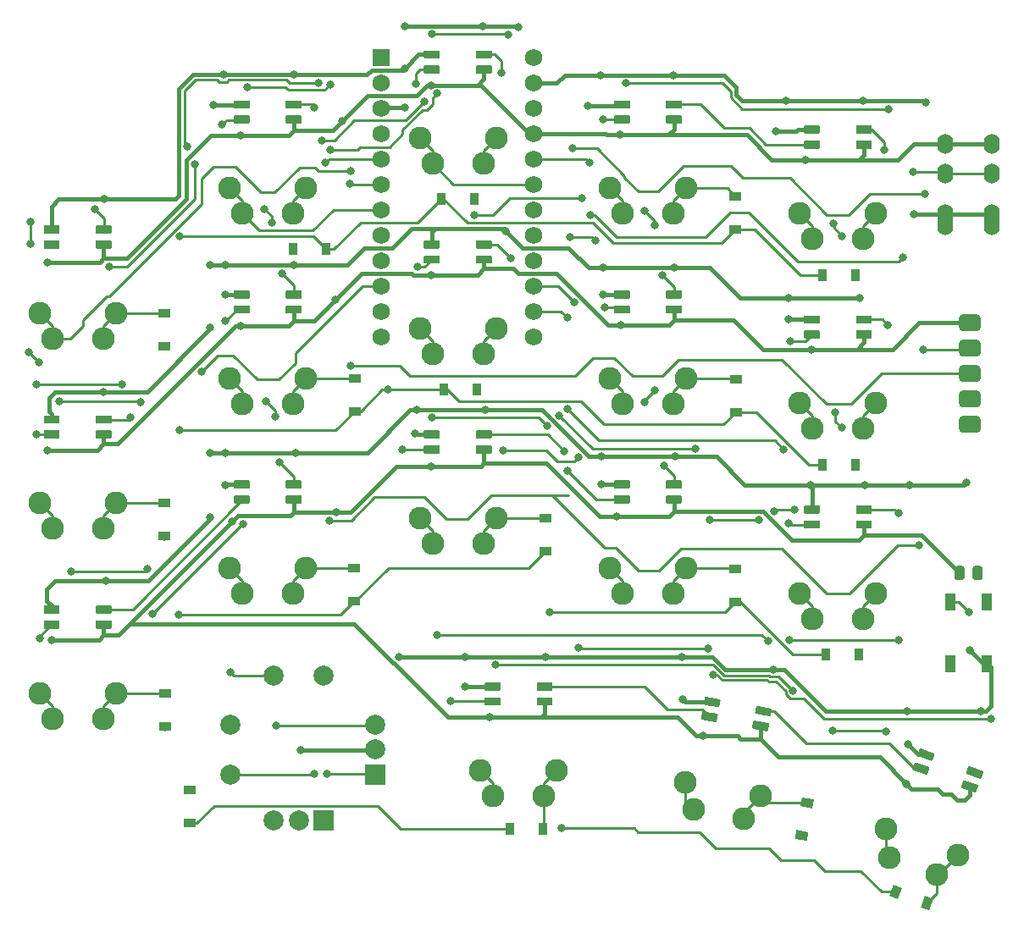
<source format=gbr>
%TF.GenerationSoftware,KiCad,Pcbnew,(5.1.10)-1*%
%TF.CreationDate,2021-11-04T15:41:24-07:00*%
%TF.ProjectId,bgkeeb,62676b65-6562-42e6-9b69-6361645f7063,rev?*%
%TF.SameCoordinates,Original*%
%TF.FileFunction,Copper,L2,Bot*%
%TF.FilePolarity,Positive*%
%FSLAX46Y46*%
G04 Gerber Fmt 4.6, Leading zero omitted, Abs format (unit mm)*
G04 Created by KiCad (PCBNEW (5.1.10)-1) date 2021-11-04 15:41:24*
%MOMM*%
%LPD*%
G01*
G04 APERTURE LIST*
%TA.AperFunction,ComponentPad*%
%ADD10R,2.000000X2.000000*%
%TD*%
%TA.AperFunction,ComponentPad*%
%ADD11C,2.000000*%
%TD*%
%TA.AperFunction,SMDPad,CuDef*%
%ADD12R,1.100000X1.800000*%
%TD*%
%TA.AperFunction,ComponentPad*%
%ADD13C,2.286000*%
%TD*%
%TA.AperFunction,ComponentPad*%
%ADD14O,1.600000X2.000000*%
%TD*%
%TA.AperFunction,SMDPad,CuDef*%
%ADD15R,0.900000X1.200000*%
%TD*%
%TA.AperFunction,ComponentPad*%
%ADD16C,1.752600*%
%TD*%
%TA.AperFunction,ComponentPad*%
%ADD17R,1.752600X1.752600*%
%TD*%
%TA.AperFunction,SMDPad,CuDef*%
%ADD18R,1.200000X0.900000*%
%TD*%
%TA.AperFunction,SMDPad,CuDef*%
%ADD19C,0.100000*%
%TD*%
%TA.AperFunction,ViaPad*%
%ADD20C,0.800000*%
%TD*%
%TA.AperFunction,Conductor*%
%ADD21C,0.381000*%
%TD*%
%TA.AperFunction,Conductor*%
%ADD22C,0.254000*%
%TD*%
G04 APERTURE END LIST*
D10*
%TO.P,SW7,A*%
%TO.N,ENC1A*%
X85614593Y-111312404D03*
D11*
%TO.P,SW7,C*%
%TO.N,GND*%
X83114593Y-111312404D03*
%TO.P,SW7,B*%
%TO.N,ENC1B*%
X80614593Y-111312404D03*
%TO.P,SW7,S2*%
%TO.N,Net-(D37-Pad2)*%
X85614593Y-96812404D03*
%TO.P,SW7,S1*%
%TO.N,col1*%
X80614593Y-96812404D03*
%TD*%
D12*
%TO.P,SW8,4*%
%TO.N,N/C*%
X151893593Y-89434804D03*
%TO.P,SW8,3*%
X148193593Y-95634804D03*
%TO.P,SW8,2*%
%TO.N,RESET*%
X148193593Y-89434804D03*
%TO.P,SW8,1*%
%TO.N,GND*%
X151893593Y-95634804D03*
%TD*%
%TO.P,R1,2*%
%TO.N,RESET*%
%TA.AperFunction,SMDPad,CuDef*%
G36*
G01*
X150443593Y-86990405D02*
X150443593Y-86090403D01*
G75*
G02*
X150693592Y-85840404I249999J0D01*
G01*
X151218594Y-85840404D01*
G75*
G02*
X151468593Y-86090403I0J-249999D01*
G01*
X151468593Y-86990405D01*
G75*
G02*
X151218594Y-87240404I-249999J0D01*
G01*
X150693592Y-87240404D01*
G75*
G02*
X150443593Y-86990405I0J249999D01*
G01*
G37*
%TD.AperFunction*%
%TO.P,R1,1*%
%TO.N,+5V*%
%TA.AperFunction,SMDPad,CuDef*%
G36*
G01*
X148618593Y-86990405D02*
X148618593Y-86090403D01*
G75*
G02*
X148868592Y-85840404I249999J0D01*
G01*
X149393594Y-85840404D01*
G75*
G02*
X149643593Y-86090403I0J-249999D01*
G01*
X149643593Y-86990405D01*
G75*
G02*
X149393594Y-87240404I-249999J0D01*
G01*
X148868592Y-87240404D01*
G75*
G02*
X148618593Y-86990405I0J249999D01*
G01*
G37*
%TD.AperFunction*%
%TD*%
D10*
%TO.P,SW42,A*%
%TO.N,ENC1A*%
X90741593Y-106693404D03*
D11*
%TO.P,SW42,C*%
%TO.N,GND*%
X90741593Y-104193404D03*
%TO.P,SW42,B*%
%TO.N,ENC1B*%
X90741593Y-101693404D03*
%TO.P,SW42,S2*%
%TO.N,Net-(D37-Pad2)*%
X76241593Y-106693404D03*
%TO.P,SW42,S1*%
%TO.N,col1*%
X76241593Y-101693404D03*
%TD*%
%TO.P,D48,3*%
%TO.N,GND*%
%TA.AperFunction,SMDPad,CuDef*%
G36*
G01*
X97115587Y-35106489D02*
X95679587Y-35106489D01*
G75*
G02*
X95597587Y-35024489I0J82000D01*
G01*
X95597587Y-34368489D01*
G75*
G02*
X95679587Y-34286489I82000J0D01*
G01*
X97115587Y-34286489D01*
G75*
G02*
X97197587Y-34368489I0J-82000D01*
G01*
X97197587Y-35024489D01*
G75*
G02*
X97115587Y-35106489I-82000J0D01*
G01*
G37*
%TD.AperFunction*%
%TO.P,D48,4*%
%TO.N,Net-(D47-Pad2)*%
%TA.AperFunction,SMDPad,CuDef*%
G36*
G01*
X97115587Y-36606489D02*
X95679587Y-36606489D01*
G75*
G02*
X95597587Y-36524489I0J82000D01*
G01*
X95597587Y-35868489D01*
G75*
G02*
X95679587Y-35786489I82000J0D01*
G01*
X97115587Y-35786489D01*
G75*
G02*
X97197587Y-35868489I0J-82000D01*
G01*
X97197587Y-36524489D01*
G75*
G02*
X97115587Y-36606489I-82000J0D01*
G01*
G37*
%TD.AperFunction*%
%TO.P,D48,2*%
%TO.N,Net-(D48-Pad2)*%
%TA.AperFunction,SMDPad,CuDef*%
G36*
G01*
X102315587Y-35106489D02*
X100879587Y-35106489D01*
G75*
G02*
X100797587Y-35024489I0J82000D01*
G01*
X100797587Y-34368489D01*
G75*
G02*
X100879587Y-34286489I82000J0D01*
G01*
X102315587Y-34286489D01*
G75*
G02*
X102397587Y-34368489I0J-82000D01*
G01*
X102397587Y-35024489D01*
G75*
G02*
X102315587Y-35106489I-82000J0D01*
G01*
G37*
%TD.AperFunction*%
%TO.P,D48,1*%
%TO.N,+5V*%
%TA.AperFunction,SMDPad,CuDef*%
G36*
G01*
X102315587Y-36606489D02*
X100879587Y-36606489D01*
G75*
G02*
X100797587Y-36524489I0J82000D01*
G01*
X100797587Y-35868489D01*
G75*
G02*
X100879587Y-35786489I82000J0D01*
G01*
X102315587Y-35786489D01*
G75*
G02*
X102397587Y-35868489I0J-82000D01*
G01*
X102397587Y-36524489D01*
G75*
G02*
X102315587Y-36606489I-82000J0D01*
G01*
G37*
%TD.AperFunction*%
%TD*%
D13*
%TO.P,SW35,1*%
%TO.N,Net-(D35-Pad2)*%
X148959613Y-114765872D03*
%TO.P,SW35,2*%
%TO.N,col4*%
X142123833Y-114980863D03*
%TO.P,SW35,1*%
%TO.N,Net-(D35-Pad2)*%
X146897472Y-116718326D03*
%TO.P,SW35,2*%
%TO.N,col4*%
X141799155Y-112159679D03*
%TD*%
%TO.P,SW34,1*%
%TO.N,Net-(D30-Pad2)*%
X129274725Y-108803767D03*
%TO.P,SW34,2*%
%TO.N,col3*%
X122580130Y-110202513D03*
%TO.P,SW34,1*%
%TO.N,Net-(D30-Pad2)*%
X127582953Y-111084646D03*
%TO.P,SW34,2*%
%TO.N,col3*%
X121770490Y-107480568D03*
%TD*%
%TO.P,SW25,1*%
%TO.N,Net-(D25-Pad2)*%
X140807585Y-88566487D03*
%TO.P,SW25,2*%
%TO.N,col4*%
X134457585Y-91106487D03*
%TO.P,SW25,1*%
%TO.N,Net-(D25-Pad2)*%
X139537585Y-91106487D03*
%TO.P,SW25,2*%
%TO.N,col4*%
X133187585Y-88566487D03*
%TD*%
%TO.P,SW24,1*%
%TO.N,Net-(D24-Pad2)*%
X121807586Y-86066487D03*
%TO.P,SW24,2*%
%TO.N,col3*%
X115457586Y-88606487D03*
%TO.P,SW24,1*%
%TO.N,Net-(D24-Pad2)*%
X120537586Y-88606487D03*
%TO.P,SW24,2*%
%TO.N,col3*%
X114187586Y-86066487D03*
%TD*%
%TO.P,SW23,1*%
%TO.N,Net-(D20-Pad2)*%
X102807586Y-81066487D03*
%TO.P,SW23,2*%
%TO.N,col2*%
X96457586Y-83606487D03*
%TO.P,SW23,1*%
%TO.N,Net-(D20-Pad2)*%
X101537586Y-83606487D03*
%TO.P,SW23,2*%
%TO.N,col2*%
X95187586Y-81066487D03*
%TD*%
%TO.P,SW22,1*%
%TO.N,Net-(D17-Pad2)*%
X83807587Y-86066486D03*
%TO.P,SW22,2*%
%TO.N,col1*%
X77457587Y-88606486D03*
%TO.P,SW22,1*%
%TO.N,Net-(D17-Pad2)*%
X82537587Y-88606486D03*
%TO.P,SW22,2*%
%TO.N,col1*%
X76187587Y-86066486D03*
%TD*%
%TO.P,SW21,1*%
%TO.N,Net-(D21-Pad2)*%
X64807588Y-98566485D03*
%TO.P,SW21,2*%
%TO.N,col0*%
X58457588Y-101106485D03*
%TO.P,SW21,1*%
%TO.N,Net-(D21-Pad2)*%
X63537588Y-101106485D03*
%TO.P,SW21,2*%
%TO.N,col0*%
X57187588Y-98566485D03*
%TD*%
%TO.P,SW15,1*%
%TO.N,Net-(D15-Pad2)*%
X140807585Y-69566488D03*
%TO.P,SW15,2*%
%TO.N,col4*%
X134457585Y-72106488D03*
%TO.P,SW15,1*%
%TO.N,Net-(D15-Pad2)*%
X139537585Y-72106488D03*
%TO.P,SW15,2*%
%TO.N,col4*%
X133187585Y-69566488D03*
%TD*%
%TO.P,SW14,1*%
%TO.N,Net-(D14-Pad2)*%
X121807586Y-67066487D03*
%TO.P,SW14,2*%
%TO.N,col3*%
X115457586Y-69606487D03*
%TO.P,SW14,1*%
%TO.N,Net-(D14-Pad2)*%
X120537586Y-69606487D03*
%TO.P,SW14,2*%
%TO.N,col3*%
X114187586Y-67066487D03*
%TD*%
%TO.P,SW13,1*%
%TO.N,Net-(D13-Pad2)*%
X102807587Y-62066487D03*
%TO.P,SW13,2*%
%TO.N,col2*%
X96457587Y-64606487D03*
%TO.P,SW13,1*%
%TO.N,Net-(D13-Pad2)*%
X101537587Y-64606487D03*
%TO.P,SW13,2*%
%TO.N,col2*%
X95187587Y-62066487D03*
%TD*%
%TO.P,SW12,1*%
%TO.N,Net-(D12-Pad2)*%
X83807588Y-67066487D03*
%TO.P,SW12,2*%
%TO.N,col1*%
X77457588Y-69606487D03*
%TO.P,SW12,1*%
%TO.N,Net-(D12-Pad2)*%
X82537588Y-69606487D03*
%TO.P,SW12,2*%
%TO.N,col1*%
X76187588Y-67066487D03*
%TD*%
%TO.P,SW11,1*%
%TO.N,Net-(D11-Pad2)*%
X64807589Y-79566486D03*
%TO.P,SW11,2*%
%TO.N,col0*%
X58457589Y-82106486D03*
%TO.P,SW11,1*%
%TO.N,Net-(D11-Pad2)*%
X63537589Y-82106486D03*
%TO.P,SW11,2*%
%TO.N,col0*%
X57187589Y-79566486D03*
%TD*%
%TO.P,SW6,1*%
%TO.N,Net-(D26-Pad2)*%
X108888593Y-106254404D03*
%TO.P,SW6,2*%
%TO.N,col2*%
X102538593Y-108794404D03*
%TO.P,SW6,1*%
%TO.N,Net-(D26-Pad2)*%
X107618593Y-108794404D03*
%TO.P,SW6,2*%
%TO.N,col2*%
X101268593Y-106254404D03*
%TD*%
%TO.P,SW5,1*%
%TO.N,Net-(D31-Pad2)*%
X140807585Y-50566489D03*
%TO.P,SW5,2*%
%TO.N,col4*%
X134457585Y-53106489D03*
%TO.P,SW5,1*%
%TO.N,Net-(D31-Pad2)*%
X139537585Y-53106489D03*
%TO.P,SW5,2*%
%TO.N,col4*%
X133187585Y-50566489D03*
%TD*%
%TO.P,SW4,1*%
%TO.N,Net-(D27-Pad2)*%
X121807586Y-48066488D03*
%TO.P,SW4,2*%
%TO.N,col3*%
X115457586Y-50606488D03*
%TO.P,SW4,1*%
%TO.N,Net-(D27-Pad2)*%
X120537586Y-50606488D03*
%TO.P,SW4,2*%
%TO.N,col3*%
X114187586Y-48066488D03*
%TD*%
%TO.P,SW3,1*%
%TO.N,Net-(D18-Pad2)*%
X102807587Y-43066488D03*
%TO.P,SW3,2*%
%TO.N,col2*%
X96457587Y-45606488D03*
%TO.P,SW3,1*%
%TO.N,Net-(D18-Pad2)*%
X101537587Y-45606488D03*
%TO.P,SW3,2*%
%TO.N,col2*%
X95187587Y-43066488D03*
%TD*%
%TO.P,SW2,1*%
%TO.N,Net-(D10-Pad2)*%
X83807588Y-48066488D03*
%TO.P,SW2,2*%
%TO.N,col1*%
X77457588Y-50606488D03*
%TO.P,SW2,1*%
%TO.N,Net-(D10-Pad2)*%
X82537588Y-50606488D03*
%TO.P,SW2,2*%
%TO.N,col1*%
X76187588Y-48066488D03*
%TD*%
%TO.P,SW1,1*%
%TO.N,Net-(D1-Pad2)*%
X64807589Y-60566487D03*
%TO.P,SW1,2*%
%TO.N,col0*%
X58457589Y-63106487D03*
%TO.P,SW1,1*%
%TO.N,Net-(D1-Pad2)*%
X63537589Y-63106487D03*
%TO.P,SW1,2*%
%TO.N,col0*%
X57187589Y-60566487D03*
%TD*%
%TO.P,J1,1*%
%TO.N,+5V*%
%TA.AperFunction,ComponentPad*%
G36*
G01*
X151289593Y-61096404D02*
X151289593Y-61946404D01*
G75*
G02*
X150864593Y-62371404I-425000J0D01*
G01*
X149514593Y-62371404D01*
G75*
G02*
X149089593Y-61946404I0J425000D01*
G01*
X149089593Y-61096404D01*
G75*
G02*
X149514593Y-60671404I425000J0D01*
G01*
X150864593Y-60671404D01*
G75*
G02*
X151289593Y-61096404I0J-425000D01*
G01*
G37*
%TD.AperFunction*%
%TO.P,J1,2*%
%TO.N,sda*%
%TA.AperFunction,ComponentPad*%
G36*
G01*
X150864593Y-64911404D02*
X149514593Y-64911404D01*
G75*
G02*
X149089593Y-64486404I0J425000D01*
G01*
X149089593Y-63636404D01*
G75*
G02*
X149514593Y-63211404I425000J0D01*
G01*
X150864593Y-63211404D01*
G75*
G02*
X151289593Y-63636404I0J-425000D01*
G01*
X151289593Y-64486404D01*
G75*
G02*
X150864593Y-64911404I-425000J0D01*
G01*
G37*
%TD.AperFunction*%
%TO.P,J1,3*%
%TO.N,scl*%
%TA.AperFunction,ComponentPad*%
G36*
G01*
X150864593Y-67451404D02*
X149514593Y-67451404D01*
G75*
G02*
X149089593Y-67026404I0J425000D01*
G01*
X149089593Y-66176404D01*
G75*
G02*
X149514593Y-65751404I425000J0D01*
G01*
X150864593Y-65751404D01*
G75*
G02*
X151289593Y-66176404I0J-425000D01*
G01*
X151289593Y-67026404D01*
G75*
G02*
X150864593Y-67451404I-425000J0D01*
G01*
G37*
%TD.AperFunction*%
%TO.P,J1,4*%
%TO.N,Net-(J1-Pad4)*%
%TA.AperFunction,ComponentPad*%
G36*
G01*
X150864593Y-69991404D02*
X149514593Y-69991404D01*
G75*
G02*
X149089593Y-69566404I0J425000D01*
G01*
X149089593Y-68716404D01*
G75*
G02*
X149514593Y-68291404I425000J0D01*
G01*
X150864593Y-68291404D01*
G75*
G02*
X151289593Y-68716404I0J-425000D01*
G01*
X151289593Y-69566404D01*
G75*
G02*
X150864593Y-69991404I-425000J0D01*
G01*
G37*
%TD.AperFunction*%
%TO.P,J1,5*%
%TO.N,GND*%
%TA.AperFunction,ComponentPad*%
G36*
G01*
X150864593Y-72531404D02*
X149514593Y-72531404D01*
G75*
G02*
X149089593Y-72106404I0J425000D01*
G01*
X149089593Y-71256404D01*
G75*
G02*
X149514593Y-70831404I425000J0D01*
G01*
X150864593Y-70831404D01*
G75*
G02*
X151289593Y-71256404I0J-425000D01*
G01*
X151289593Y-72106404D01*
G75*
G02*
X150864593Y-72531404I-425000J0D01*
G01*
G37*
%TD.AperFunction*%
%TD*%
D14*
%TO.P,U4,3*%
%TO.N,data*%
X147743593Y-46639404D03*
%TO.P,U4,4*%
%TO.N,+5V*%
X147743593Y-43639404D03*
%TO.P,U4,2*%
%TO.N,GND*%
X147743593Y-50639404D03*
%TO.P,U4,1*%
X152343593Y-51739404D03*
%TD*%
%TO.P,U3,3*%
%TO.N,data*%
X152343593Y-46639404D03*
%TO.P,U3,4*%
%TO.N,+5V*%
X152343593Y-43639404D03*
%TO.P,U3,2*%
%TO.N,GND*%
X152343593Y-50639404D03*
%TO.P,U3,1*%
X147743593Y-51739404D03*
%TD*%
%TO.P,D51,3*%
%TO.N,GND*%
%TA.AperFunction,SMDPad,CuDef*%
G36*
G01*
X116115586Y-78106488D02*
X114679586Y-78106488D01*
G75*
G02*
X114597586Y-78024488I0J82000D01*
G01*
X114597586Y-77368488D01*
G75*
G02*
X114679586Y-77286488I82000J0D01*
G01*
X116115586Y-77286488D01*
G75*
G02*
X116197586Y-77368488I0J-82000D01*
G01*
X116197586Y-78024488D01*
G75*
G02*
X116115586Y-78106488I-82000J0D01*
G01*
G37*
%TD.AperFunction*%
%TO.P,D51,4*%
%TO.N,Net-(D50-Pad2)*%
%TA.AperFunction,SMDPad,CuDef*%
G36*
G01*
X116115586Y-79606488D02*
X114679586Y-79606488D01*
G75*
G02*
X114597586Y-79524488I0J82000D01*
G01*
X114597586Y-78868488D01*
G75*
G02*
X114679586Y-78786488I82000J0D01*
G01*
X116115586Y-78786488D01*
G75*
G02*
X116197586Y-78868488I0J-82000D01*
G01*
X116197586Y-79524488D01*
G75*
G02*
X116115586Y-79606488I-82000J0D01*
G01*
G37*
%TD.AperFunction*%
%TO.P,D51,2*%
%TO.N,Net-(D51-Pad2)*%
%TA.AperFunction,SMDPad,CuDef*%
G36*
G01*
X121315586Y-78106488D02*
X119879586Y-78106488D01*
G75*
G02*
X119797586Y-78024488I0J82000D01*
G01*
X119797586Y-77368488D01*
G75*
G02*
X119879586Y-77286488I82000J0D01*
G01*
X121315586Y-77286488D01*
G75*
G02*
X121397586Y-77368488I0J-82000D01*
G01*
X121397586Y-78024488D01*
G75*
G02*
X121315586Y-78106488I-82000J0D01*
G01*
G37*
%TD.AperFunction*%
%TO.P,D51,1*%
%TO.N,+5V*%
%TA.AperFunction,SMDPad,CuDef*%
G36*
G01*
X121315586Y-79606488D02*
X119879586Y-79606488D01*
G75*
G02*
X119797586Y-79524488I0J82000D01*
G01*
X119797586Y-78868488D01*
G75*
G02*
X119879586Y-78786488I82000J0D01*
G01*
X121315586Y-78786488D01*
G75*
G02*
X121397586Y-78868488I0J-82000D01*
G01*
X121397586Y-79524488D01*
G75*
G02*
X121315586Y-79606488I-82000J0D01*
G01*
G37*
%TD.AperFunction*%
%TD*%
D15*
%TO.P,D6,2*%
%TO.N,Net-(D26-Pad2)*%
X107522993Y-112118204D03*
%TO.P,D6,1*%
%TO.N,row3*%
X104222993Y-112118204D03*
%TD*%
D16*
%TO.P,U1,24*%
%TO.N,row0*%
X106609593Y-34978404D03*
%TO.P,U1,12*%
%TO.N,ENC1B*%
X91369593Y-62918404D03*
%TO.P,U1,23*%
%TO.N,GND*%
X106609593Y-37518404D03*
%TO.P,U1,22*%
%TO.N,RESET*%
X106609593Y-40058404D03*
%TO.P,U1,21*%
%TO.N,+5V*%
X106609593Y-42598404D03*
%TO.P,U1,20*%
%TO.N,data*%
X106609593Y-45138404D03*
%TO.P,U1,19*%
%TO.N,col2*%
X106609593Y-47678404D03*
%TO.P,U1,18*%
%TO.N,Net-(U1-Pad18)*%
X106609593Y-50218404D03*
%TO.P,U1,17*%
%TO.N,Net-(U1-Pad17)*%
X106609593Y-52758404D03*
%TO.P,U1,16*%
%TO.N,col3*%
X106609593Y-55298404D03*
%TO.P,U1,15*%
%TO.N,row2*%
X106609593Y-57838404D03*
%TO.P,U1,14*%
%TO.N,col4*%
X106609593Y-60378404D03*
%TO.P,U1,13*%
%TO.N,Net-(U1-Pad13)*%
X106609593Y-62918404D03*
%TO.P,U1,11*%
%TO.N,ENC1A*%
X91369593Y-60378404D03*
%TO.P,U1,10*%
%TO.N,row3*%
X91369593Y-57838404D03*
%TO.P,U1,9*%
%TO.N,row1*%
X91369593Y-55298404D03*
%TO.P,U1,8*%
%TO.N,Net-(U1-Pad8)*%
X91369593Y-52758404D03*
%TO.P,U1,7*%
%TO.N,col1*%
X91369593Y-50218404D03*
%TO.P,U1,6*%
%TO.N,scl*%
X91369593Y-47678404D03*
%TO.P,U1,5*%
%TO.N,sda*%
X91369593Y-45138404D03*
%TO.P,U1,4*%
%TO.N,GND*%
X91369593Y-42598404D03*
%TO.P,U1,3*%
X91369593Y-40058404D03*
%TO.P,U1,2*%
%TO.N,col0*%
X91369593Y-37518404D03*
D17*
%TO.P,U1,1*%
%TO.N,led*%
X91369593Y-34978404D03*
%TD*%
%TO.P,D59,3*%
%TO.N,GND*%
%TA.AperFunction,SMDPad,CuDef*%
G36*
G01*
X125051439Y-99976293D02*
X123637255Y-99726935D01*
G75*
G02*
X123570740Y-99631942I14239J80754D01*
G01*
X123684654Y-98985908D01*
G75*
G02*
X123779647Y-98919393I80754J-14239D01*
G01*
X125193831Y-99168751D01*
G75*
G02*
X125260346Y-99263744I-14239J-80754D01*
G01*
X125146432Y-99909778D01*
G75*
G02*
X125051439Y-99976293I-80754J14239D01*
G01*
G37*
%TD.AperFunction*%
%TO.P,D59,4*%
%TO.N,Net-(D57-Pad2)*%
%TA.AperFunction,SMDPad,CuDef*%
G36*
G01*
X124790966Y-101453504D02*
X123376782Y-101204146D01*
G75*
G02*
X123310267Y-101109153I14239J80754D01*
G01*
X123424181Y-100463119D01*
G75*
G02*
X123519174Y-100396604I80754J-14239D01*
G01*
X124933358Y-100645962D01*
G75*
G02*
X124999873Y-100740955I-14239J-80754D01*
G01*
X124885959Y-101386989D01*
G75*
G02*
X124790966Y-101453504I-80754J14239D01*
G01*
G37*
%TD.AperFunction*%
%TO.P,D59,2*%
%TO.N,Net-(D59-Pad2)*%
%TA.AperFunction,SMDPad,CuDef*%
G36*
G01*
X130172439Y-100879263D02*
X128758255Y-100629905D01*
G75*
G02*
X128691740Y-100534912I14239J80754D01*
G01*
X128805654Y-99888878D01*
G75*
G02*
X128900647Y-99822363I80754J-14239D01*
G01*
X130314831Y-100071721D01*
G75*
G02*
X130381346Y-100166714I-14239J-80754D01*
G01*
X130267432Y-100812748D01*
G75*
G02*
X130172439Y-100879263I-80754J14239D01*
G01*
G37*
%TD.AperFunction*%
%TO.P,D59,1*%
%TO.N,+5V*%
%TA.AperFunction,SMDPad,CuDef*%
G36*
G01*
X129911967Y-102356475D02*
X128497783Y-102107117D01*
G75*
G02*
X128431268Y-102012124I14239J80754D01*
G01*
X128545182Y-101366090D01*
G75*
G02*
X128640175Y-101299575I80754J-14239D01*
G01*
X130054359Y-101548933D01*
G75*
G02*
X130120874Y-101643926I-14239J-80754D01*
G01*
X130006960Y-102289960D01*
G75*
G02*
X129911967Y-102356475I-80754J14239D01*
G01*
G37*
%TD.AperFunction*%
%TD*%
%TO.P,D57,3*%
%TO.N,GND*%
%TA.AperFunction,SMDPad,CuDef*%
G36*
G01*
X103196593Y-98294405D02*
X101760593Y-98294405D01*
G75*
G02*
X101678593Y-98212405I0J82000D01*
G01*
X101678593Y-97556405D01*
G75*
G02*
X101760593Y-97474405I82000J0D01*
G01*
X103196593Y-97474405D01*
G75*
G02*
X103278593Y-97556405I0J-82000D01*
G01*
X103278593Y-98212405D01*
G75*
G02*
X103196593Y-98294405I-82000J0D01*
G01*
G37*
%TD.AperFunction*%
%TO.P,D57,4*%
%TO.N,Net-(D56-Pad2)*%
%TA.AperFunction,SMDPad,CuDef*%
G36*
G01*
X103196593Y-99794405D02*
X101760593Y-99794405D01*
G75*
G02*
X101678593Y-99712405I0J82000D01*
G01*
X101678593Y-99056405D01*
G75*
G02*
X101760593Y-98974405I82000J0D01*
G01*
X103196593Y-98974405D01*
G75*
G02*
X103278593Y-99056405I0J-82000D01*
G01*
X103278593Y-99712405D01*
G75*
G02*
X103196593Y-99794405I-82000J0D01*
G01*
G37*
%TD.AperFunction*%
%TO.P,D57,2*%
%TO.N,Net-(D57-Pad2)*%
%TA.AperFunction,SMDPad,CuDef*%
G36*
G01*
X108396593Y-98294405D02*
X106960593Y-98294405D01*
G75*
G02*
X106878593Y-98212405I0J82000D01*
G01*
X106878593Y-97556405D01*
G75*
G02*
X106960593Y-97474405I82000J0D01*
G01*
X108396593Y-97474405D01*
G75*
G02*
X108478593Y-97556405I0J-82000D01*
G01*
X108478593Y-98212405D01*
G75*
G02*
X108396593Y-98294405I-82000J0D01*
G01*
G37*
%TD.AperFunction*%
%TO.P,D57,1*%
%TO.N,+5V*%
%TA.AperFunction,SMDPad,CuDef*%
G36*
G01*
X108396593Y-99794405D02*
X106960593Y-99794405D01*
G75*
G02*
X106878593Y-99712405I0J82000D01*
G01*
X106878593Y-99056405D01*
G75*
G02*
X106960593Y-98974405I82000J0D01*
G01*
X108396593Y-98974405D01*
G75*
G02*
X108478593Y-99056405I0J-82000D01*
G01*
X108478593Y-99712405D01*
G75*
G02*
X108396593Y-99794405I-82000J0D01*
G01*
G37*
%TD.AperFunction*%
%TD*%
%TO.P,D60,3*%
%TO.N,GND*%
%TA.AperFunction,SMDPad,CuDef*%
G36*
G01*
X146333362Y-105339142D02*
X144983963Y-104848001D01*
G75*
G02*
X144934954Y-104742900I28046J77055D01*
G01*
X145159319Y-104126461D01*
G75*
G02*
X145264420Y-104077452I77055J-28046D01*
G01*
X146613819Y-104568593D01*
G75*
G02*
X146662828Y-104673694I-28046J-77055D01*
G01*
X146438463Y-105290133D01*
G75*
G02*
X146333362Y-105339142I-77055J28046D01*
G01*
G37*
%TD.AperFunction*%
%TO.P,D60,4*%
%TO.N,Net-(D59-Pad2)*%
%TA.AperFunction,SMDPad,CuDef*%
G36*
G01*
X145820332Y-106748681D02*
X144470933Y-106257540D01*
G75*
G02*
X144421924Y-106152439I28046J77055D01*
G01*
X144646289Y-105536000D01*
G75*
G02*
X144751390Y-105486991I77055J-28046D01*
G01*
X146100789Y-105978132D01*
G75*
G02*
X146149798Y-106083233I-28046J-77055D01*
G01*
X145925433Y-106699672D01*
G75*
G02*
X145820332Y-106748681I-77055J28046D01*
G01*
G37*
%TD.AperFunction*%
%TO.P,D60,2*%
%TO.N,Net-(D60-Pad2)*%
%TA.AperFunction,SMDPad,CuDef*%
G36*
G01*
X151219764Y-107117646D02*
X149870365Y-106626505D01*
G75*
G02*
X149821356Y-106521404I28046J77055D01*
G01*
X150045721Y-105904965D01*
G75*
G02*
X150150822Y-105855956I77055J-28046D01*
G01*
X151500221Y-106347097D01*
G75*
G02*
X151549230Y-106452198I-28046J-77055D01*
G01*
X151324865Y-107068637D01*
G75*
G02*
X151219764Y-107117646I-77055J28046D01*
G01*
G37*
%TD.AperFunction*%
%TO.P,D60,1*%
%TO.N,+5V*%
%TA.AperFunction,SMDPad,CuDef*%
G36*
G01*
X150706734Y-108527185D02*
X149357335Y-108036044D01*
G75*
G02*
X149308326Y-107930943I28046J77055D01*
G01*
X149532691Y-107314504D01*
G75*
G02*
X149637792Y-107265495I77055J-28046D01*
G01*
X150987191Y-107756636D01*
G75*
G02*
X151036200Y-107861737I-28046J-77055D01*
G01*
X150811835Y-108478176D01*
G75*
G02*
X150706734Y-108527185I-77055J28046D01*
G01*
G37*
%TD.AperFunction*%
%TD*%
%TO.P,D56,3*%
%TO.N,GND*%
%TA.AperFunction,SMDPad,CuDef*%
G36*
G01*
X135115585Y-80606488D02*
X133679585Y-80606488D01*
G75*
G02*
X133597585Y-80524488I0J82000D01*
G01*
X133597585Y-79868488D01*
G75*
G02*
X133679585Y-79786488I82000J0D01*
G01*
X135115585Y-79786488D01*
G75*
G02*
X135197585Y-79868488I0J-82000D01*
G01*
X135197585Y-80524488D01*
G75*
G02*
X135115585Y-80606488I-82000J0D01*
G01*
G37*
%TD.AperFunction*%
%TO.P,D56,4*%
%TO.N,Net-(D55-Pad2)*%
%TA.AperFunction,SMDPad,CuDef*%
G36*
G01*
X135115585Y-82106488D02*
X133679585Y-82106488D01*
G75*
G02*
X133597585Y-82024488I0J82000D01*
G01*
X133597585Y-81368488D01*
G75*
G02*
X133679585Y-81286488I82000J0D01*
G01*
X135115585Y-81286488D01*
G75*
G02*
X135197585Y-81368488I0J-82000D01*
G01*
X135197585Y-82024488D01*
G75*
G02*
X135115585Y-82106488I-82000J0D01*
G01*
G37*
%TD.AperFunction*%
%TO.P,D56,2*%
%TO.N,Net-(D56-Pad2)*%
%TA.AperFunction,SMDPad,CuDef*%
G36*
G01*
X140315585Y-80606488D02*
X138879585Y-80606488D01*
G75*
G02*
X138797585Y-80524488I0J82000D01*
G01*
X138797585Y-79868488D01*
G75*
G02*
X138879585Y-79786488I82000J0D01*
G01*
X140315585Y-79786488D01*
G75*
G02*
X140397585Y-79868488I0J-82000D01*
G01*
X140397585Y-80524488D01*
G75*
G02*
X140315585Y-80606488I-82000J0D01*
G01*
G37*
%TD.AperFunction*%
%TO.P,D56,1*%
%TO.N,+5V*%
%TA.AperFunction,SMDPad,CuDef*%
G36*
G01*
X140315585Y-82106488D02*
X138879585Y-82106488D01*
G75*
G02*
X138797585Y-82024488I0J82000D01*
G01*
X138797585Y-81368488D01*
G75*
G02*
X138879585Y-81286488I82000J0D01*
G01*
X140315585Y-81286488D01*
G75*
G02*
X140397585Y-81368488I0J-82000D01*
G01*
X140397585Y-82024488D01*
G75*
G02*
X140315585Y-82106488I-82000J0D01*
G01*
G37*
%TD.AperFunction*%
%TD*%
D18*
%TO.P,D81,2*%
%TO.N,Net-(D37-Pad2)*%
X72192593Y-108258404D03*
%TO.P,D81,1*%
%TO.N,row3*%
X72192593Y-111558404D03*
%TD*%
%TO.P,D45,3*%
%TO.N,GND*%
%TA.AperFunction,SMDPad,CuDef*%
G36*
G01*
X78115587Y-78106487D02*
X76679587Y-78106487D01*
G75*
G02*
X76597587Y-78024487I0J82000D01*
G01*
X76597587Y-77368487D01*
G75*
G02*
X76679587Y-77286487I82000J0D01*
G01*
X78115587Y-77286487D01*
G75*
G02*
X78197587Y-77368487I0J-82000D01*
G01*
X78197587Y-78024487D01*
G75*
G02*
X78115587Y-78106487I-82000J0D01*
G01*
G37*
%TD.AperFunction*%
%TO.P,D45,4*%
%TO.N,Net-(D43-Pad2)*%
%TA.AperFunction,SMDPad,CuDef*%
G36*
G01*
X78115587Y-79606487D02*
X76679587Y-79606487D01*
G75*
G02*
X76597587Y-79524487I0J82000D01*
G01*
X76597587Y-78868487D01*
G75*
G02*
X76679587Y-78786487I82000J0D01*
G01*
X78115587Y-78786487D01*
G75*
G02*
X78197587Y-78868487I0J-82000D01*
G01*
X78197587Y-79524487D01*
G75*
G02*
X78115587Y-79606487I-82000J0D01*
G01*
G37*
%TD.AperFunction*%
%TO.P,D45,2*%
%TO.N,Net-(D45-Pad2)*%
%TA.AperFunction,SMDPad,CuDef*%
G36*
G01*
X83315587Y-78106487D02*
X81879587Y-78106487D01*
G75*
G02*
X81797587Y-78024487I0J82000D01*
G01*
X81797587Y-77368487D01*
G75*
G02*
X81879587Y-77286487I82000J0D01*
G01*
X83315587Y-77286487D01*
G75*
G02*
X83397587Y-77368487I0J-82000D01*
G01*
X83397587Y-78024487D01*
G75*
G02*
X83315587Y-78106487I-82000J0D01*
G01*
G37*
%TD.AperFunction*%
%TO.P,D45,1*%
%TO.N,+5V*%
%TA.AperFunction,SMDPad,CuDef*%
G36*
G01*
X83315587Y-79606487D02*
X81879587Y-79606487D01*
G75*
G02*
X81797587Y-79524487I0J82000D01*
G01*
X81797587Y-78868487D01*
G75*
G02*
X81879587Y-78786487I82000J0D01*
G01*
X83315587Y-78786487D01*
G75*
G02*
X83397587Y-78868487I0J-82000D01*
G01*
X83397587Y-79524487D01*
G75*
G02*
X83315587Y-79606487I-82000J0D01*
G01*
G37*
%TD.AperFunction*%
%TD*%
%TO.P,D53,3*%
%TO.N,GND*%
%TA.AperFunction,SMDPad,CuDef*%
G36*
G01*
X116115586Y-40106489D02*
X114679586Y-40106489D01*
G75*
G02*
X114597586Y-40024489I0J82000D01*
G01*
X114597586Y-39368489D01*
G75*
G02*
X114679586Y-39286489I82000J0D01*
G01*
X116115586Y-39286489D01*
G75*
G02*
X116197586Y-39368489I0J-82000D01*
G01*
X116197586Y-40024489D01*
G75*
G02*
X116115586Y-40106489I-82000J0D01*
G01*
G37*
%TD.AperFunction*%
%TO.P,D53,4*%
%TO.N,Net-(D52-Pad2)*%
%TA.AperFunction,SMDPad,CuDef*%
G36*
G01*
X116115586Y-41606489D02*
X114679586Y-41606489D01*
G75*
G02*
X114597586Y-41524489I0J82000D01*
G01*
X114597586Y-40868489D01*
G75*
G02*
X114679586Y-40786489I82000J0D01*
G01*
X116115586Y-40786489D01*
G75*
G02*
X116197586Y-40868489I0J-82000D01*
G01*
X116197586Y-41524489D01*
G75*
G02*
X116115586Y-41606489I-82000J0D01*
G01*
G37*
%TD.AperFunction*%
%TO.P,D53,2*%
%TO.N,Net-(D53-Pad2)*%
%TA.AperFunction,SMDPad,CuDef*%
G36*
G01*
X121315586Y-40106489D02*
X119879586Y-40106489D01*
G75*
G02*
X119797586Y-40024489I0J82000D01*
G01*
X119797586Y-39368489D01*
G75*
G02*
X119879586Y-39286489I82000J0D01*
G01*
X121315586Y-39286489D01*
G75*
G02*
X121397586Y-39368489I0J-82000D01*
G01*
X121397586Y-40024489D01*
G75*
G02*
X121315586Y-40106489I-82000J0D01*
G01*
G37*
%TD.AperFunction*%
%TO.P,D53,1*%
%TO.N,+5V*%
%TA.AperFunction,SMDPad,CuDef*%
G36*
G01*
X121315586Y-41606489D02*
X119879586Y-41606489D01*
G75*
G02*
X119797586Y-41524489I0J82000D01*
G01*
X119797586Y-40868489D01*
G75*
G02*
X119879586Y-40786489I82000J0D01*
G01*
X121315586Y-40786489D01*
G75*
G02*
X121397586Y-40868489I0J-82000D01*
G01*
X121397586Y-41524489D01*
G75*
G02*
X121315586Y-41606489I-82000J0D01*
G01*
G37*
%TD.AperFunction*%
%TD*%
%TO.P,D52,3*%
%TO.N,GND*%
%TA.AperFunction,SMDPad,CuDef*%
G36*
G01*
X116115586Y-59106488D02*
X114679586Y-59106488D01*
G75*
G02*
X114597586Y-59024488I0J82000D01*
G01*
X114597586Y-58368488D01*
G75*
G02*
X114679586Y-58286488I82000J0D01*
G01*
X116115586Y-58286488D01*
G75*
G02*
X116197586Y-58368488I0J-82000D01*
G01*
X116197586Y-59024488D01*
G75*
G02*
X116115586Y-59106488I-82000J0D01*
G01*
G37*
%TD.AperFunction*%
%TO.P,D52,4*%
%TO.N,Net-(D51-Pad2)*%
%TA.AperFunction,SMDPad,CuDef*%
G36*
G01*
X116115586Y-60606488D02*
X114679586Y-60606488D01*
G75*
G02*
X114597586Y-60524488I0J82000D01*
G01*
X114597586Y-59868488D01*
G75*
G02*
X114679586Y-59786488I82000J0D01*
G01*
X116115586Y-59786488D01*
G75*
G02*
X116197586Y-59868488I0J-82000D01*
G01*
X116197586Y-60524488D01*
G75*
G02*
X116115586Y-60606488I-82000J0D01*
G01*
G37*
%TD.AperFunction*%
%TO.P,D52,2*%
%TO.N,Net-(D52-Pad2)*%
%TA.AperFunction,SMDPad,CuDef*%
G36*
G01*
X121315586Y-59106488D02*
X119879586Y-59106488D01*
G75*
G02*
X119797586Y-59024488I0J82000D01*
G01*
X119797586Y-58368488D01*
G75*
G02*
X119879586Y-58286488I82000J0D01*
G01*
X121315586Y-58286488D01*
G75*
G02*
X121397586Y-58368488I0J-82000D01*
G01*
X121397586Y-59024488D01*
G75*
G02*
X121315586Y-59106488I-82000J0D01*
G01*
G37*
%TD.AperFunction*%
%TO.P,D52,1*%
%TO.N,+5V*%
%TA.AperFunction,SMDPad,CuDef*%
G36*
G01*
X121315586Y-60606488D02*
X119879586Y-60606488D01*
G75*
G02*
X119797586Y-60524488I0J82000D01*
G01*
X119797586Y-59868488D01*
G75*
G02*
X119879586Y-59786488I82000J0D01*
G01*
X121315586Y-59786488D01*
G75*
G02*
X121397586Y-59868488I0J-82000D01*
G01*
X121397586Y-60524488D01*
G75*
G02*
X121315586Y-60606488I-82000J0D01*
G01*
G37*
%TD.AperFunction*%
%TD*%
%TO.P,D54,3*%
%TO.N,GND*%
%TA.AperFunction,SMDPad,CuDef*%
G36*
G01*
X135115585Y-42606490D02*
X133679585Y-42606490D01*
G75*
G02*
X133597585Y-42524490I0J82000D01*
G01*
X133597585Y-41868490D01*
G75*
G02*
X133679585Y-41786490I82000J0D01*
G01*
X135115585Y-41786490D01*
G75*
G02*
X135197585Y-41868490I0J-82000D01*
G01*
X135197585Y-42524490D01*
G75*
G02*
X135115585Y-42606490I-82000J0D01*
G01*
G37*
%TD.AperFunction*%
%TO.P,D54,4*%
%TO.N,Net-(D53-Pad2)*%
%TA.AperFunction,SMDPad,CuDef*%
G36*
G01*
X135115585Y-44106490D02*
X133679585Y-44106490D01*
G75*
G02*
X133597585Y-44024490I0J82000D01*
G01*
X133597585Y-43368490D01*
G75*
G02*
X133679585Y-43286490I82000J0D01*
G01*
X135115585Y-43286490D01*
G75*
G02*
X135197585Y-43368490I0J-82000D01*
G01*
X135197585Y-44024490D01*
G75*
G02*
X135115585Y-44106490I-82000J0D01*
G01*
G37*
%TD.AperFunction*%
%TO.P,D54,2*%
%TO.N,Net-(D54-Pad2)*%
%TA.AperFunction,SMDPad,CuDef*%
G36*
G01*
X140315585Y-42606490D02*
X138879585Y-42606490D01*
G75*
G02*
X138797585Y-42524490I0J82000D01*
G01*
X138797585Y-41868490D01*
G75*
G02*
X138879585Y-41786490I82000J0D01*
G01*
X140315585Y-41786490D01*
G75*
G02*
X140397585Y-41868490I0J-82000D01*
G01*
X140397585Y-42524490D01*
G75*
G02*
X140315585Y-42606490I-82000J0D01*
G01*
G37*
%TD.AperFunction*%
%TO.P,D54,1*%
%TO.N,+5V*%
%TA.AperFunction,SMDPad,CuDef*%
G36*
G01*
X140315585Y-44106490D02*
X138879585Y-44106490D01*
G75*
G02*
X138797585Y-44024490I0J82000D01*
G01*
X138797585Y-43368490D01*
G75*
G02*
X138879585Y-43286490I82000J0D01*
G01*
X140315585Y-43286490D01*
G75*
G02*
X140397585Y-43368490I0J-82000D01*
G01*
X140397585Y-44024490D01*
G75*
G02*
X140315585Y-44106490I-82000J0D01*
G01*
G37*
%TD.AperFunction*%
%TD*%
%TO.P,D50,3*%
%TO.N,GND*%
%TA.AperFunction,SMDPad,CuDef*%
G36*
G01*
X97115586Y-73106488D02*
X95679586Y-73106488D01*
G75*
G02*
X95597586Y-73024488I0J82000D01*
G01*
X95597586Y-72368488D01*
G75*
G02*
X95679586Y-72286488I82000J0D01*
G01*
X97115586Y-72286488D01*
G75*
G02*
X97197586Y-72368488I0J-82000D01*
G01*
X97197586Y-73024488D01*
G75*
G02*
X97115586Y-73106488I-82000J0D01*
G01*
G37*
%TD.AperFunction*%
%TO.P,D50,4*%
%TO.N,Net-(D49-Pad2)*%
%TA.AperFunction,SMDPad,CuDef*%
G36*
G01*
X97115586Y-74606488D02*
X95679586Y-74606488D01*
G75*
G02*
X95597586Y-74524488I0J82000D01*
G01*
X95597586Y-73868488D01*
G75*
G02*
X95679586Y-73786488I82000J0D01*
G01*
X97115586Y-73786488D01*
G75*
G02*
X97197586Y-73868488I0J-82000D01*
G01*
X97197586Y-74524488D01*
G75*
G02*
X97115586Y-74606488I-82000J0D01*
G01*
G37*
%TD.AperFunction*%
%TO.P,D50,2*%
%TO.N,Net-(D50-Pad2)*%
%TA.AperFunction,SMDPad,CuDef*%
G36*
G01*
X102315586Y-73106488D02*
X100879586Y-73106488D01*
G75*
G02*
X100797586Y-73024488I0J82000D01*
G01*
X100797586Y-72368488D01*
G75*
G02*
X100879586Y-72286488I82000J0D01*
G01*
X102315586Y-72286488D01*
G75*
G02*
X102397586Y-72368488I0J-82000D01*
G01*
X102397586Y-73024488D01*
G75*
G02*
X102315586Y-73106488I-82000J0D01*
G01*
G37*
%TD.AperFunction*%
%TO.P,D50,1*%
%TO.N,+5V*%
%TA.AperFunction,SMDPad,CuDef*%
G36*
G01*
X102315586Y-74606488D02*
X100879586Y-74606488D01*
G75*
G02*
X100797586Y-74524488I0J82000D01*
G01*
X100797586Y-73868488D01*
G75*
G02*
X100879586Y-73786488I82000J0D01*
G01*
X102315586Y-73786488D01*
G75*
G02*
X102397586Y-73868488I0J-82000D01*
G01*
X102397586Y-74524488D01*
G75*
G02*
X102315586Y-74606488I-82000J0D01*
G01*
G37*
%TD.AperFunction*%
%TD*%
%TO.P,D43,3*%
%TO.N,GND*%
%TA.AperFunction,SMDPad,CuDef*%
G36*
G01*
X59115588Y-90606486D02*
X57679588Y-90606486D01*
G75*
G02*
X57597588Y-90524486I0J82000D01*
G01*
X57597588Y-89868486D01*
G75*
G02*
X57679588Y-89786486I82000J0D01*
G01*
X59115588Y-89786486D01*
G75*
G02*
X59197588Y-89868486I0J-82000D01*
G01*
X59197588Y-90524486D01*
G75*
G02*
X59115588Y-90606486I-82000J0D01*
G01*
G37*
%TD.AperFunction*%
%TO.P,D43,4*%
%TO.N,Net-(D42-Pad2)*%
%TA.AperFunction,SMDPad,CuDef*%
G36*
G01*
X59115588Y-92106486D02*
X57679588Y-92106486D01*
G75*
G02*
X57597588Y-92024486I0J82000D01*
G01*
X57597588Y-91368486D01*
G75*
G02*
X57679588Y-91286486I82000J0D01*
G01*
X59115588Y-91286486D01*
G75*
G02*
X59197588Y-91368486I0J-82000D01*
G01*
X59197588Y-92024486D01*
G75*
G02*
X59115588Y-92106486I-82000J0D01*
G01*
G37*
%TD.AperFunction*%
%TO.P,D43,2*%
%TO.N,Net-(D43-Pad2)*%
%TA.AperFunction,SMDPad,CuDef*%
G36*
G01*
X64315588Y-90606486D02*
X62879588Y-90606486D01*
G75*
G02*
X62797588Y-90524486I0J82000D01*
G01*
X62797588Y-89868486D01*
G75*
G02*
X62879588Y-89786486I82000J0D01*
G01*
X64315588Y-89786486D01*
G75*
G02*
X64397588Y-89868486I0J-82000D01*
G01*
X64397588Y-90524486D01*
G75*
G02*
X64315588Y-90606486I-82000J0D01*
G01*
G37*
%TD.AperFunction*%
%TO.P,D43,1*%
%TO.N,+5V*%
%TA.AperFunction,SMDPad,CuDef*%
G36*
G01*
X64315588Y-92106486D02*
X62879588Y-92106486D01*
G75*
G02*
X62797588Y-92024486I0J82000D01*
G01*
X62797588Y-91368486D01*
G75*
G02*
X62879588Y-91286486I82000J0D01*
G01*
X64315588Y-91286486D01*
G75*
G02*
X64397588Y-91368486I0J-82000D01*
G01*
X64397588Y-92024486D01*
G75*
G02*
X64315588Y-92106486I-82000J0D01*
G01*
G37*
%TD.AperFunction*%
%TD*%
%TO.P,D49,3*%
%TO.N,GND*%
%TA.AperFunction,SMDPad,CuDef*%
G36*
G01*
X97115587Y-54106488D02*
X95679587Y-54106488D01*
G75*
G02*
X95597587Y-54024488I0J82000D01*
G01*
X95597587Y-53368488D01*
G75*
G02*
X95679587Y-53286488I82000J0D01*
G01*
X97115587Y-53286488D01*
G75*
G02*
X97197587Y-53368488I0J-82000D01*
G01*
X97197587Y-54024488D01*
G75*
G02*
X97115587Y-54106488I-82000J0D01*
G01*
G37*
%TD.AperFunction*%
%TO.P,D49,4*%
%TO.N,Net-(D48-Pad2)*%
%TA.AperFunction,SMDPad,CuDef*%
G36*
G01*
X97115587Y-55606488D02*
X95679587Y-55606488D01*
G75*
G02*
X95597587Y-55524488I0J82000D01*
G01*
X95597587Y-54868488D01*
G75*
G02*
X95679587Y-54786488I82000J0D01*
G01*
X97115587Y-54786488D01*
G75*
G02*
X97197587Y-54868488I0J-82000D01*
G01*
X97197587Y-55524488D01*
G75*
G02*
X97115587Y-55606488I-82000J0D01*
G01*
G37*
%TD.AperFunction*%
%TO.P,D49,2*%
%TO.N,Net-(D49-Pad2)*%
%TA.AperFunction,SMDPad,CuDef*%
G36*
G01*
X102315587Y-54106488D02*
X100879587Y-54106488D01*
G75*
G02*
X100797587Y-54024488I0J82000D01*
G01*
X100797587Y-53368488D01*
G75*
G02*
X100879587Y-53286488I82000J0D01*
G01*
X102315587Y-53286488D01*
G75*
G02*
X102397587Y-53368488I0J-82000D01*
G01*
X102397587Y-54024488D01*
G75*
G02*
X102315587Y-54106488I-82000J0D01*
G01*
G37*
%TD.AperFunction*%
%TO.P,D49,1*%
%TO.N,+5V*%
%TA.AperFunction,SMDPad,CuDef*%
G36*
G01*
X102315587Y-55606488D02*
X100879587Y-55606488D01*
G75*
G02*
X100797587Y-55524488I0J82000D01*
G01*
X100797587Y-54868488D01*
G75*
G02*
X100879587Y-54786488I82000J0D01*
G01*
X102315587Y-54786488D01*
G75*
G02*
X102397587Y-54868488I0J-82000D01*
G01*
X102397587Y-55524488D01*
G75*
G02*
X102315587Y-55606488I-82000J0D01*
G01*
G37*
%TD.AperFunction*%
%TD*%
%TO.P,D46,3*%
%TO.N,GND*%
%TA.AperFunction,SMDPad,CuDef*%
G36*
G01*
X78115588Y-59106488D02*
X76679588Y-59106488D01*
G75*
G02*
X76597588Y-59024488I0J82000D01*
G01*
X76597588Y-58368488D01*
G75*
G02*
X76679588Y-58286488I82000J0D01*
G01*
X78115588Y-58286488D01*
G75*
G02*
X78197588Y-58368488I0J-82000D01*
G01*
X78197588Y-59024488D01*
G75*
G02*
X78115588Y-59106488I-82000J0D01*
G01*
G37*
%TD.AperFunction*%
%TO.P,D46,4*%
%TO.N,Net-(D45-Pad2)*%
%TA.AperFunction,SMDPad,CuDef*%
G36*
G01*
X78115588Y-60606488D02*
X76679588Y-60606488D01*
G75*
G02*
X76597588Y-60524488I0J82000D01*
G01*
X76597588Y-59868488D01*
G75*
G02*
X76679588Y-59786488I82000J0D01*
G01*
X78115588Y-59786488D01*
G75*
G02*
X78197588Y-59868488I0J-82000D01*
G01*
X78197588Y-60524488D01*
G75*
G02*
X78115588Y-60606488I-82000J0D01*
G01*
G37*
%TD.AperFunction*%
%TO.P,D46,2*%
%TO.N,Net-(D46-Pad2)*%
%TA.AperFunction,SMDPad,CuDef*%
G36*
G01*
X83315588Y-59106488D02*
X81879588Y-59106488D01*
G75*
G02*
X81797588Y-59024488I0J82000D01*
G01*
X81797588Y-58368488D01*
G75*
G02*
X81879588Y-58286488I82000J0D01*
G01*
X83315588Y-58286488D01*
G75*
G02*
X83397588Y-58368488I0J-82000D01*
G01*
X83397588Y-59024488D01*
G75*
G02*
X83315588Y-59106488I-82000J0D01*
G01*
G37*
%TD.AperFunction*%
%TO.P,D46,1*%
%TO.N,+5V*%
%TA.AperFunction,SMDPad,CuDef*%
G36*
G01*
X83315588Y-60606488D02*
X81879588Y-60606488D01*
G75*
G02*
X81797588Y-60524488I0J82000D01*
G01*
X81797588Y-59868488D01*
G75*
G02*
X81879588Y-59786488I82000J0D01*
G01*
X83315588Y-59786488D01*
G75*
G02*
X83397588Y-59868488I0J-82000D01*
G01*
X83397588Y-60524488D01*
G75*
G02*
X83315588Y-60606488I-82000J0D01*
G01*
G37*
%TD.AperFunction*%
%TD*%
%TO.P,D42,3*%
%TO.N,GND*%
%TA.AperFunction,SMDPad,CuDef*%
G36*
G01*
X59115589Y-71606487D02*
X57679589Y-71606487D01*
G75*
G02*
X57597589Y-71524487I0J82000D01*
G01*
X57597589Y-70868487D01*
G75*
G02*
X57679589Y-70786487I82000J0D01*
G01*
X59115589Y-70786487D01*
G75*
G02*
X59197589Y-70868487I0J-82000D01*
G01*
X59197589Y-71524487D01*
G75*
G02*
X59115589Y-71606487I-82000J0D01*
G01*
G37*
%TD.AperFunction*%
%TO.P,D42,4*%
%TO.N,Net-(D41-Pad2)*%
%TA.AperFunction,SMDPad,CuDef*%
G36*
G01*
X59115589Y-73106487D02*
X57679589Y-73106487D01*
G75*
G02*
X57597589Y-73024487I0J82000D01*
G01*
X57597589Y-72368487D01*
G75*
G02*
X57679589Y-72286487I82000J0D01*
G01*
X59115589Y-72286487D01*
G75*
G02*
X59197589Y-72368487I0J-82000D01*
G01*
X59197589Y-73024487D01*
G75*
G02*
X59115589Y-73106487I-82000J0D01*
G01*
G37*
%TD.AperFunction*%
%TO.P,D42,2*%
%TO.N,Net-(D42-Pad2)*%
%TA.AperFunction,SMDPad,CuDef*%
G36*
G01*
X64315589Y-71606487D02*
X62879589Y-71606487D01*
G75*
G02*
X62797589Y-71524487I0J82000D01*
G01*
X62797589Y-70868487D01*
G75*
G02*
X62879589Y-70786487I82000J0D01*
G01*
X64315589Y-70786487D01*
G75*
G02*
X64397589Y-70868487I0J-82000D01*
G01*
X64397589Y-71524487D01*
G75*
G02*
X64315589Y-71606487I-82000J0D01*
G01*
G37*
%TD.AperFunction*%
%TO.P,D42,1*%
%TO.N,+5V*%
%TA.AperFunction,SMDPad,CuDef*%
G36*
G01*
X64315589Y-73106487D02*
X62879589Y-73106487D01*
G75*
G02*
X62797589Y-73024487I0J82000D01*
G01*
X62797589Y-72368487D01*
G75*
G02*
X62879589Y-72286487I82000J0D01*
G01*
X64315589Y-72286487D01*
G75*
G02*
X64397589Y-72368487I0J-82000D01*
G01*
X64397589Y-73024487D01*
G75*
G02*
X64315589Y-73106487I-82000J0D01*
G01*
G37*
%TD.AperFunction*%
%TD*%
%TO.P,D55,3*%
%TO.N,GND*%
%TA.AperFunction,SMDPad,CuDef*%
G36*
G01*
X135115585Y-61606489D02*
X133679585Y-61606489D01*
G75*
G02*
X133597585Y-61524489I0J82000D01*
G01*
X133597585Y-60868489D01*
G75*
G02*
X133679585Y-60786489I82000J0D01*
G01*
X135115585Y-60786489D01*
G75*
G02*
X135197585Y-60868489I0J-82000D01*
G01*
X135197585Y-61524489D01*
G75*
G02*
X135115585Y-61606489I-82000J0D01*
G01*
G37*
%TD.AperFunction*%
%TO.P,D55,4*%
%TO.N,Net-(D54-Pad2)*%
%TA.AperFunction,SMDPad,CuDef*%
G36*
G01*
X135115585Y-63106489D02*
X133679585Y-63106489D01*
G75*
G02*
X133597585Y-63024489I0J82000D01*
G01*
X133597585Y-62368489D01*
G75*
G02*
X133679585Y-62286489I82000J0D01*
G01*
X135115585Y-62286489D01*
G75*
G02*
X135197585Y-62368489I0J-82000D01*
G01*
X135197585Y-63024489D01*
G75*
G02*
X135115585Y-63106489I-82000J0D01*
G01*
G37*
%TD.AperFunction*%
%TO.P,D55,2*%
%TO.N,Net-(D55-Pad2)*%
%TA.AperFunction,SMDPad,CuDef*%
G36*
G01*
X140315585Y-61606489D02*
X138879585Y-61606489D01*
G75*
G02*
X138797585Y-61524489I0J82000D01*
G01*
X138797585Y-60868489D01*
G75*
G02*
X138879585Y-60786489I82000J0D01*
G01*
X140315585Y-60786489D01*
G75*
G02*
X140397585Y-60868489I0J-82000D01*
G01*
X140397585Y-61524489D01*
G75*
G02*
X140315585Y-61606489I-82000J0D01*
G01*
G37*
%TD.AperFunction*%
%TO.P,D55,1*%
%TO.N,+5V*%
%TA.AperFunction,SMDPad,CuDef*%
G36*
G01*
X140315585Y-63106489D02*
X138879585Y-63106489D01*
G75*
G02*
X138797585Y-63024489I0J82000D01*
G01*
X138797585Y-62368489D01*
G75*
G02*
X138879585Y-62286489I82000J0D01*
G01*
X140315585Y-62286489D01*
G75*
G02*
X140397585Y-62368489I0J-82000D01*
G01*
X140397585Y-63024489D01*
G75*
G02*
X140315585Y-63106489I-82000J0D01*
G01*
G37*
%TD.AperFunction*%
%TD*%
%TO.P,D47,3*%
%TO.N,GND*%
%TA.AperFunction,SMDPad,CuDef*%
G36*
G01*
X78115588Y-40106489D02*
X76679588Y-40106489D01*
G75*
G02*
X76597588Y-40024489I0J82000D01*
G01*
X76597588Y-39368489D01*
G75*
G02*
X76679588Y-39286489I82000J0D01*
G01*
X78115588Y-39286489D01*
G75*
G02*
X78197588Y-39368489I0J-82000D01*
G01*
X78197588Y-40024489D01*
G75*
G02*
X78115588Y-40106489I-82000J0D01*
G01*
G37*
%TD.AperFunction*%
%TO.P,D47,4*%
%TO.N,Net-(D46-Pad2)*%
%TA.AperFunction,SMDPad,CuDef*%
G36*
G01*
X78115588Y-41606489D02*
X76679588Y-41606489D01*
G75*
G02*
X76597588Y-41524489I0J82000D01*
G01*
X76597588Y-40868489D01*
G75*
G02*
X76679588Y-40786489I82000J0D01*
G01*
X78115588Y-40786489D01*
G75*
G02*
X78197588Y-40868489I0J-82000D01*
G01*
X78197588Y-41524489D01*
G75*
G02*
X78115588Y-41606489I-82000J0D01*
G01*
G37*
%TD.AperFunction*%
%TO.P,D47,2*%
%TO.N,Net-(D47-Pad2)*%
%TA.AperFunction,SMDPad,CuDef*%
G36*
G01*
X83315588Y-40106489D02*
X81879588Y-40106489D01*
G75*
G02*
X81797588Y-40024489I0J82000D01*
G01*
X81797588Y-39368489D01*
G75*
G02*
X81879588Y-39286489I82000J0D01*
G01*
X83315588Y-39286489D01*
G75*
G02*
X83397588Y-39368489I0J-82000D01*
G01*
X83397588Y-40024489D01*
G75*
G02*
X83315588Y-40106489I-82000J0D01*
G01*
G37*
%TD.AperFunction*%
%TO.P,D47,1*%
%TO.N,+5V*%
%TA.AperFunction,SMDPad,CuDef*%
G36*
G01*
X83315588Y-41606489D02*
X81879588Y-41606489D01*
G75*
G02*
X81797588Y-41524489I0J82000D01*
G01*
X81797588Y-40868489D01*
G75*
G02*
X81879588Y-40786489I82000J0D01*
G01*
X83315588Y-40786489D01*
G75*
G02*
X83397588Y-40868489I0J-82000D01*
G01*
X83397588Y-41524489D01*
G75*
G02*
X83315588Y-41606489I-82000J0D01*
G01*
G37*
%TD.AperFunction*%
%TD*%
%TO.P,D41,3*%
%TO.N,GND*%
%TA.AperFunction,SMDPad,CuDef*%
G36*
G01*
X59115589Y-52606488D02*
X57679589Y-52606488D01*
G75*
G02*
X57597589Y-52524488I0J82000D01*
G01*
X57597589Y-51868488D01*
G75*
G02*
X57679589Y-51786488I82000J0D01*
G01*
X59115589Y-51786488D01*
G75*
G02*
X59197589Y-51868488I0J-82000D01*
G01*
X59197589Y-52524488D01*
G75*
G02*
X59115589Y-52606488I-82000J0D01*
G01*
G37*
%TD.AperFunction*%
%TO.P,D41,4*%
%TO.N,led*%
%TA.AperFunction,SMDPad,CuDef*%
G36*
G01*
X59115589Y-54106488D02*
X57679589Y-54106488D01*
G75*
G02*
X57597589Y-54024488I0J82000D01*
G01*
X57597589Y-53368488D01*
G75*
G02*
X57679589Y-53286488I82000J0D01*
G01*
X59115589Y-53286488D01*
G75*
G02*
X59197589Y-53368488I0J-82000D01*
G01*
X59197589Y-54024488D01*
G75*
G02*
X59115589Y-54106488I-82000J0D01*
G01*
G37*
%TD.AperFunction*%
%TO.P,D41,2*%
%TO.N,Net-(D41-Pad2)*%
%TA.AperFunction,SMDPad,CuDef*%
G36*
G01*
X64315589Y-52606488D02*
X62879589Y-52606488D01*
G75*
G02*
X62797589Y-52524488I0J82000D01*
G01*
X62797589Y-51868488D01*
G75*
G02*
X62879589Y-51786488I82000J0D01*
G01*
X64315589Y-51786488D01*
G75*
G02*
X64397589Y-51868488I0J-82000D01*
G01*
X64397589Y-52524488D01*
G75*
G02*
X64315589Y-52606488I-82000J0D01*
G01*
G37*
%TD.AperFunction*%
%TO.P,D41,1*%
%TO.N,+5V*%
%TA.AperFunction,SMDPad,CuDef*%
G36*
G01*
X64315589Y-54106488D02*
X62879589Y-54106488D01*
G75*
G02*
X62797589Y-54024488I0J82000D01*
G01*
X62797589Y-53368488D01*
G75*
G02*
X62879589Y-53286488I82000J0D01*
G01*
X64315589Y-53286488D01*
G75*
G02*
X64397589Y-53368488I0J-82000D01*
G01*
X64397589Y-54024488D01*
G75*
G02*
X64315589Y-54106488I-82000J0D01*
G01*
G37*
%TD.AperFunction*%
%TD*%
%TA.AperFunction,SMDPad,CuDef*%
D19*
%TO.P,D35,2*%
%TO.N,Net-(D35-Pad2)*%
G36*
X145251012Y-119963144D02*
G01*
X145661436Y-118835512D01*
X146507160Y-119143330D01*
X146096736Y-120270962D01*
X145251012Y-119963144D01*
G37*
%TD.AperFunction*%
%TA.AperFunction,SMDPad,CuDef*%
%TO.P,D35,1*%
%TO.N,row3*%
G36*
X142150026Y-118834478D02*
G01*
X142560450Y-117706846D01*
X143406174Y-118014664D01*
X142995750Y-119142296D01*
X142150026Y-118834478D01*
G37*
%TD.AperFunction*%
%TD*%
%TA.AperFunction,SMDPad,CuDef*%
%TO.P,D34,2*%
%TO.N,Net-(D30-Pad2)*%
G36*
X134459855Y-110088123D02*
G01*
X133278086Y-109879746D01*
X133434369Y-108993419D01*
X134616138Y-109201796D01*
X134459855Y-110088123D01*
G37*
%TD.AperFunction*%
%TA.AperFunction,SMDPad,CuDef*%
%TO.P,D34,1*%
%TO.N,row3*%
G36*
X133886817Y-113337989D02*
G01*
X132705048Y-113129612D01*
X132861331Y-112243285D01*
X134043100Y-112451662D01*
X133886817Y-113337989D01*
G37*
%TD.AperFunction*%
%TD*%
D15*
%TO.P,D25,2*%
%TO.N,Net-(D25-Pad2)*%
X139057093Y-94693804D03*
%TO.P,D25,1*%
%TO.N,row2*%
X135757093Y-94693804D03*
%TD*%
D18*
%TO.P,D24,2*%
%TO.N,Net-(D24-Pad2)*%
X126739093Y-86096904D03*
%TO.P,D24,1*%
%TO.N,row2*%
X126739093Y-89396904D03*
%TD*%
%TO.P,D23,2*%
%TO.N,Net-(D20-Pad2)*%
X107752593Y-81067704D03*
%TO.P,D23,1*%
%TO.N,row2*%
X107752593Y-84367704D03*
%TD*%
%TO.P,D22,2*%
%TO.N,Net-(D17-Pad2)*%
X88613693Y-86071504D03*
%TO.P,D22,1*%
%TO.N,row2*%
X88613693Y-89371504D03*
%TD*%
%TO.P,D21,2*%
%TO.N,Net-(D21-Pad2)*%
X69779593Y-98619104D03*
%TO.P,D21,1*%
%TO.N,row2*%
X69779593Y-101919104D03*
%TD*%
D15*
%TO.P,D15,2*%
%TO.N,Net-(D15-Pad2)*%
X138777693Y-75694604D03*
%TO.P,D15,1*%
%TO.N,row1*%
X135477693Y-75694604D03*
%TD*%
D18*
%TO.P,D14,2*%
%TO.N,Net-(D14-Pad2)*%
X126802593Y-67148504D03*
%TO.P,D14,1*%
%TO.N,row1*%
X126802593Y-70448504D03*
%TD*%
D15*
%TO.P,D13,2*%
%TO.N,Net-(D13-Pad2)*%
X100931693Y-68201604D03*
%TO.P,D13,1*%
%TO.N,row1*%
X97631693Y-68201604D03*
%TD*%
D18*
%TO.P,D12,2*%
%TO.N,Net-(D12-Pad2)*%
X88677193Y-67059604D03*
%TO.P,D12,1*%
%TO.N,row1*%
X88677193Y-70359604D03*
%TD*%
%TO.P,D11,2*%
%TO.N,Net-(D11-Pad2)*%
X69677993Y-79569104D03*
%TO.P,D11,1*%
%TO.N,row1*%
X69677993Y-82869104D03*
%TD*%
D15*
%TO.P,D5,2*%
%TO.N,Net-(D31-Pad2)*%
X138752293Y-56733504D03*
%TO.P,D5,1*%
%TO.N,row0*%
X135452293Y-56733504D03*
%TD*%
D18*
%TO.P,D4,2*%
%TO.N,Net-(D27-Pad2)*%
X126726393Y-48860504D03*
%TO.P,D4,1*%
%TO.N,row0*%
X126726393Y-52160504D03*
%TD*%
D15*
%TO.P,D3,2*%
%TO.N,Net-(D18-Pad2)*%
X100626893Y-49100804D03*
%TO.P,D3,1*%
%TO.N,row0*%
X97326893Y-49100804D03*
%TD*%
%TO.P,D2,2*%
%TO.N,Net-(D10-Pad2)*%
X82518693Y-54168104D03*
%TO.P,D2,1*%
%TO.N,row0*%
X85818693Y-54168104D03*
%TD*%
D18*
%TO.P,D1,2*%
%TO.N,Net-(D1-Pad2)*%
X69665293Y-60557204D03*
%TO.P,D1,1*%
%TO.N,row0*%
X69665293Y-63857204D03*
%TD*%
D20*
%TO.N,GND*%
X83292393Y-104269604D03*
X150145193Y-94262004D03*
X75558093Y-36685956D03*
X74542093Y-39702804D03*
X82619293Y-36731004D03*
X63645476Y-49179894D03*
X93680993Y-40007604D03*
X93706393Y-31828804D03*
X101529593Y-31866904D03*
X105009393Y-31981204D03*
X113277093Y-36743704D03*
X111981693Y-39829804D03*
X120566893Y-36756404D03*
X131831793Y-39296404D03*
X130803093Y-42369804D03*
X139540693Y-39334504D03*
X145750993Y-39461504D03*
X93680993Y-36108704D03*
X74272293Y-62016704D03*
X74224593Y-55717504D03*
X139134293Y-59057604D03*
X132025393Y-61165804D03*
X132025393Y-59057604D03*
X120630393Y-56009604D03*
X113483393Y-58740104D03*
X113483393Y-56009604D03*
X103790193Y-52339304D03*
X82631993Y-55717504D03*
X75726293Y-58689304D03*
X75726293Y-55717504D03*
X63594693Y-68455604D03*
X74272293Y-80952404D03*
X74272293Y-74513504D03*
X139642293Y-77739304D03*
X149814993Y-77523404D03*
X120744693Y-74894504D03*
X113356393Y-77675804D03*
X113378693Y-74894504D03*
X101707393Y-70233604D03*
X94687393Y-72621204D03*
X94874793Y-70233604D03*
X82809793Y-74513504D03*
X75726293Y-77713904D03*
X75726293Y-74513504D03*
X63823293Y-87353204D03*
X93134893Y-94909704D03*
X151250093Y-100358004D03*
X143972993Y-103685404D03*
X143909493Y-100358004D03*
X130561793Y-96179704D03*
X121468593Y-99189604D03*
X121370093Y-94909704D03*
X107752593Y-94909704D03*
X99741993Y-97894204D03*
X99741993Y-94909704D03*
X134244793Y-77726604D03*
X144138093Y-77739304D03*
X144620693Y-50675604D03*
%TO.N,+5V*%
X58006693Y-55476204D03*
X133736793Y-45252704D03*
X115220193Y-42738104D03*
X96322593Y-37772404D03*
X77259893Y-42788904D03*
X57955893Y-74272204D03*
X77297993Y-61813504D03*
X96360693Y-56733504D03*
X115321793Y-61750004D03*
X134333693Y-64201104D03*
X149131093Y-86540404D03*
X58400393Y-93246004D03*
X143833293Y-107635104D03*
X123487893Y-102847204D03*
X102202693Y-100929504D03*
X76447093Y-81371504D03*
X86740443Y-59203654D03*
X86852087Y-80466110D03*
X87407193Y-41366504D03*
X96322593Y-75859704D03*
X114851893Y-80876204D03*
%TO.N,Net-(D1-Pad2)*%
X69665293Y-60557204D03*
%TO.N,row0*%
X69665293Y-63870904D03*
X71189293Y-52885404D03*
X85818693Y-54168104D03*
X97326893Y-49100804D03*
X126726393Y-52160504D03*
X135452293Y-56733504D03*
%TO.N,Net-(D10-Pad2)*%
X82518693Y-54168104D03*
%TO.N,Net-(D11-Pad2)*%
X69677993Y-79569104D03*
%TO.N,row1*%
X69677993Y-82882804D03*
X71151193Y-72252904D03*
X88677193Y-70359604D03*
X97631693Y-68201604D03*
X126802593Y-70448504D03*
X135477693Y-75694604D03*
X91988793Y-68201604D03*
%TO.N,Net-(D12-Pad2)*%
X88677193Y-67059604D03*
%TO.N,Net-(D13-Pad2)*%
X100931693Y-68201604D03*
%TO.N,Net-(D14-Pad2)*%
X126802593Y-67148504D03*
%TO.N,Net-(D15-Pad2)*%
X138777693Y-75694604D03*
%TO.N,Net-(D17-Pad2)*%
X88613693Y-86071504D03*
%TO.N,Net-(D18-Pad2)*%
X100626893Y-49100804D03*
%TO.N,Net-(D20-Pad2)*%
X107752593Y-81067704D03*
%TO.N,Net-(D21-Pad2)*%
X69779593Y-98619104D03*
%TO.N,row2*%
X69779593Y-101932804D03*
X71062293Y-90693304D03*
X88613693Y-89371504D03*
X107752593Y-84367704D03*
X108197093Y-90464704D03*
X126739093Y-89396904D03*
X135757093Y-94693804D03*
X110646475Y-59488022D03*
%TO.N,Net-(D24-Pad2)*%
X126739093Y-86096904D03*
%TO.N,Net-(D25-Pad2)*%
X139057093Y-94693804D03*
%TO.N,Net-(D26-Pad2)*%
X107522993Y-112118204D03*
%TO.N,Net-(D27-Pad2)*%
X126726393Y-48860504D03*
%TO.N,Net-(D31-Pad2)*%
X138752293Y-56733504D03*
%TO.N,row3*%
X109403593Y-112054704D03*
X104222993Y-112118204D03*
X142778100Y-118424571D03*
X72192593Y-111558404D03*
X73373693Y-66372804D03*
%TO.N,Net-(D35-Pad2)*%
X145879086Y-119553237D03*
%TO.N,Net-(D37-Pad2)*%
X72192593Y-108258404D03*
X84638593Y-106606404D03*
%TO.N,Net-(D38-Pad2)*%
X56072215Y-64463726D03*
X57113050Y-65479161D03*
X56914493Y-67655504D03*
X65410793Y-67665104D03*
%TO.N,Net-(D39-Pad2)*%
X117683993Y-69446204D03*
X118712693Y-68265104D03*
%TO.N,Net-(D40-Pad2)*%
X59175093Y-69408104D03*
X67303093Y-69471604D03*
%TO.N,led*%
X85044993Y-37521504D03*
X71976693Y-43906504D03*
X72725993Y-45633704D03*
X64178893Y-55908004D03*
%TO.N,Net-(D41-Pad2)*%
X62680293Y-50154904D03*
X56241393Y-51399504D03*
X56266793Y-53660104D03*
X56879493Y-72646604D03*
%TO.N,Net-(D42-Pad2)*%
X66299793Y-70970204D03*
X57244693Y-93080904D03*
%TO.N,Net-(D45-Pad2)*%
X81171493Y-75478704D03*
X80765093Y-70868604D03*
X79787193Y-69344604D03*
X75748593Y-61369004D03*
%TO.N,Net-(D46-Pad2)*%
X81450893Y-56619204D03*
X80371393Y-51513804D03*
X79635076Y-50117087D03*
X75418393Y-41696704D03*
%TO.N,Net-(D47-Pad2)*%
X84638593Y-39956804D03*
X85375193Y-43296904D03*
X95636793Y-39410704D03*
X94773193Y-37645404D03*
%TO.N,Net-(D48-Pad2)*%
X103320293Y-36502404D03*
X94950993Y-55943004D03*
%TO.N,Net-(D49-Pad2)*%
X104310893Y-55031704D03*
X93465093Y-74196004D03*
%TO.N,Net-(D50-Pad2)*%
X109657593Y-74348404D03*
X109924293Y-76291504D03*
%TO.N,Net-(D51-Pad2)*%
X119601693Y-75796204D03*
X113658093Y-59946604D03*
%TO.N,Net-(D52-Pad2)*%
X119436593Y-56800104D03*
X118712693Y-51742404D03*
X117693593Y-50307304D03*
X113480293Y-41150604D03*
%TO.N,Net-(D54-Pad2)*%
X141648893Y-44198604D03*
X132187393Y-63324804D03*
%TO.N,Net-(D55-Pad2)*%
X141953693Y-61724604D03*
X132101593Y-81536604D03*
%TO.N,Net-(D56-Pad2)*%
X143071293Y-80584104D03*
X143045893Y-93284104D03*
X132129960Y-93278037D03*
X129990293Y-93334904D03*
X96881393Y-92725304D03*
X98278393Y-99367404D03*
%TO.N,Net-(D58-Pad2)*%
X60330793Y-86413404D03*
X67988893Y-86108604D03*
X68509593Y-90604404D03*
X77501193Y-81676304D03*
%TO.N,Net-(D61-Pad2)*%
X115766293Y-37534204D03*
X142080693Y-40134604D03*
%TO.N,Net-(D62-Pad2)*%
X136531076Y-51552187D03*
X137435593Y-52847021D03*
%TO.N,Net-(D64-Pad2)*%
X136733993Y-70436804D03*
X137359393Y-71992271D03*
%TO.N,Net-(D66-Pad2)*%
X132647693Y-80177704D03*
X130647593Y-80355504D03*
X129063193Y-81231804D03*
X124224493Y-81231804D03*
X124033993Y-94084204D03*
X111041893Y-94033404D03*
%TO.N,Net-(D67-Pad2)*%
X77932993Y-37930466D03*
X86213393Y-37683504D03*
X86213393Y-44185904D03*
X96933102Y-38564415D03*
%TO.N,Net-(D68-Pad2)*%
X102748793Y-95700204D03*
X132492193Y-98313304D03*
%TO.N,Net-(D69-Pad2)*%
X96386093Y-32619304D03*
X104069593Y-32717804D03*
%TO.N,Net-(D70-Pad2)*%
X100665993Y-50713704D03*
X111397493Y-49075404D03*
X111054425Y-74958172D03*
X103536193Y-74323004D03*
%TO.N,Net-(D71-Pad2)*%
X124525592Y-96729506D03*
X152266093Y-101120004D03*
%TO.N,RESET*%
X150068993Y-90439304D03*
X110470393Y-44058904D03*
X145700193Y-48592804D03*
X150956093Y-86540404D03*
%TO.N,col0*%
X88308893Y-46344904D03*
%TO.N,col1*%
X76241593Y-96431404D03*
%TO.N,col3*%
X110203693Y-52987004D03*
X112756393Y-53307681D03*
%TO.N,col4*%
X109919475Y-60975304D03*
X109919475Y-70109704D03*
X131571726Y-74202071D03*
X136454593Y-102288404D03*
X141799155Y-102362466D03*
%TO.N,sda*%
X85768893Y-45506704D03*
X86137193Y-81295304D03*
X145065193Y-83759104D03*
X145547793Y-64213804D03*
%TO.N,scl*%
X88197693Y-47640304D03*
X88283493Y-65775904D03*
%TO.N,ENC1B*%
X80828593Y-101780404D03*
%TO.N,ENC1A*%
X85908593Y-106606404D03*
%TO.N,data*%
X112146793Y-45481304D03*
X112235693Y-50713704D03*
X143515793Y-54993604D03*
X144493693Y-46433804D03*
%TO.N,Net-(D39-Pad4)*%
X96424193Y-71024104D03*
X107930393Y-71846504D03*
X109105311Y-70773186D03*
X122738593Y-74104004D03*
%TD*%
D21*
%TO.N,GND*%
X90665393Y-104269604D02*
X90741593Y-104193404D01*
X83292393Y-104269604D02*
X90665393Y-104269604D01*
X151517993Y-95634804D02*
X150145193Y-94262004D01*
X151893593Y-95634804D02*
X151517993Y-95634804D01*
X58397589Y-52196488D02*
X58397589Y-49865608D01*
X58397589Y-49865608D02*
X59098893Y-49164304D01*
X59098893Y-49164304D02*
X70782893Y-49164304D01*
X70782893Y-49164304D02*
X71138493Y-48808704D01*
X71138493Y-48808704D02*
X71138493Y-38089904D01*
X72542441Y-36685956D02*
X75558093Y-36685956D01*
X71138493Y-38089904D02*
X72542441Y-36685956D01*
X77391273Y-39702804D02*
X77397588Y-39696489D01*
X74542093Y-39702804D02*
X77391273Y-39702804D01*
X82574245Y-36685956D02*
X82619293Y-36731004D01*
X75558093Y-36685956D02*
X82574245Y-36685956D01*
X93630193Y-40058404D02*
X93680993Y-40007604D01*
X101491493Y-31828804D02*
X101529593Y-31866904D01*
X93706393Y-31828804D02*
X101491493Y-31828804D01*
X104895093Y-31866904D02*
X105009393Y-31981204D01*
X101529593Y-31866904D02*
X104895093Y-31866904D01*
X106609593Y-37518404D02*
X108895593Y-37518404D01*
X109670293Y-36743704D02*
X113277093Y-36743704D01*
X108895593Y-37518404D02*
X109670293Y-36743704D01*
X115264271Y-39829804D02*
X115397586Y-39696489D01*
X111981693Y-39829804D02*
X115264271Y-39829804D01*
X120554193Y-36743704D02*
X120566893Y-36756404D01*
X113277093Y-36743704D02*
X120554193Y-36743704D01*
X120566893Y-36756404D02*
X125608793Y-36756404D01*
X125608793Y-36756404D02*
X126789893Y-37937504D01*
X126789893Y-37937504D02*
X126789893Y-38686804D01*
X127399493Y-39296404D02*
X131831793Y-39296404D01*
X126789893Y-38686804D02*
X127399493Y-39296404D01*
X130803093Y-42369804D02*
X132796993Y-42369804D01*
X132970307Y-42196490D02*
X134397585Y-42196490D01*
X132796993Y-42369804D02*
X132970307Y-42196490D01*
X139502593Y-39296404D02*
X139540693Y-39334504D01*
X131831793Y-39296404D02*
X139502593Y-39296404D01*
X145623993Y-39334504D02*
X145750993Y-39461504D01*
X139540693Y-39334504D02*
X145623993Y-39334504D01*
X93538094Y-36251603D02*
X93680993Y-36108704D01*
X90413894Y-36251603D02*
X93538094Y-36251603D01*
X89934493Y-36731004D02*
X90413894Y-36251603D01*
X82619293Y-36731004D02*
X89934493Y-36731004D01*
X91420393Y-40007604D02*
X91369593Y-40058404D01*
X93680993Y-40007604D02*
X91420393Y-40007604D01*
X58397589Y-71196487D02*
X58397589Y-70649900D01*
X58397589Y-70649900D02*
X58146393Y-70398704D01*
X58146393Y-70398704D02*
X58146393Y-69039804D01*
X58146393Y-69039804D02*
X58730593Y-68455604D01*
X74272293Y-62134104D02*
X74272293Y-62016704D01*
X67950793Y-68455604D02*
X74272293Y-62134104D01*
X89607492Y-54025205D02*
X92414192Y-54025205D01*
X87915193Y-55717504D02*
X89607492Y-54025205D01*
X92414192Y-54025205D02*
X94354093Y-52085304D01*
X100894593Y-52085304D02*
X103536193Y-52085304D01*
X105476094Y-54025205D02*
X107616092Y-54025205D01*
X107616092Y-54025205D02*
X107619291Y-54028404D01*
X107619291Y-54028404D02*
X110063993Y-54028404D01*
X110063993Y-54028404D02*
X112045193Y-56009604D01*
X132056078Y-61196489D02*
X132025393Y-61165804D01*
X134397585Y-61196489D02*
X132056078Y-61196489D01*
X112045193Y-56009604D02*
X120630393Y-56009604D01*
X113527009Y-58696488D02*
X113483393Y-58740104D01*
X115397586Y-58696488D02*
X113527009Y-58696488D01*
X103790193Y-52339304D02*
X105476094Y-54025205D01*
X103536193Y-52085304D02*
X103790193Y-52339304D01*
X96397587Y-52442110D02*
X96754393Y-52085304D01*
X96397587Y-53696488D02*
X96397587Y-52442110D01*
X96754393Y-52085304D02*
X100894593Y-52085304D01*
X94354093Y-52085304D02*
X96754393Y-52085304D01*
X82631993Y-55717504D02*
X87915193Y-55717504D01*
X74224593Y-55717504D02*
X82631993Y-55717504D01*
X75733477Y-58696488D02*
X75726293Y-58689304D01*
X77397588Y-58696488D02*
X75733477Y-58696488D01*
X63594693Y-68455604D02*
X67950793Y-68455604D01*
X58730593Y-68455604D02*
X63594693Y-68455604D01*
X58397588Y-90196486D02*
X58397588Y-89814199D01*
X58397588Y-89814199D02*
X57930493Y-89347104D01*
X57930493Y-89347104D02*
X57930493Y-88191404D01*
X57930493Y-88191404D02*
X58768693Y-87353204D01*
X74272293Y-81120604D02*
X74272293Y-80952404D01*
X68039693Y-87353204D02*
X74272293Y-81120604D01*
X89959893Y-74513504D02*
X94239793Y-70233604D01*
X107447793Y-70233604D02*
X112108693Y-74894504D01*
X124846793Y-74894504D02*
X127678893Y-77726604D01*
X139629593Y-77726604D02*
X139642293Y-77739304D01*
X149599093Y-77739304D02*
X149814993Y-77523404D01*
X120744693Y-74894504D02*
X124846793Y-74894504D01*
X113377077Y-77696488D02*
X113356393Y-77675804D01*
X115397586Y-77696488D02*
X113377077Y-77696488D01*
X113378693Y-74894504D02*
X120744693Y-74894504D01*
X112108693Y-74894504D02*
X113378693Y-74894504D01*
X101707393Y-70233604D02*
X107447793Y-70233604D01*
X94762677Y-72696488D02*
X94687393Y-72621204D01*
X96397586Y-72696488D02*
X94762677Y-72696488D01*
X94874793Y-70233604D02*
X101707393Y-70233604D01*
X94239793Y-70233604D02*
X94874793Y-70233604D01*
X82809793Y-74513504D02*
X89959893Y-74513504D01*
X74272293Y-74513504D02*
X82809793Y-74513504D01*
X75743710Y-77696487D02*
X75726293Y-77713904D01*
X77397587Y-77696487D02*
X75743710Y-77696487D01*
X63823293Y-87353204D02*
X68039693Y-87353204D01*
X58768693Y-87353204D02*
X63823293Y-87353204D01*
X152253393Y-95994604D02*
X151893593Y-95634804D01*
X152253393Y-99862704D02*
X152253393Y-95994604D01*
X131615893Y-96179704D02*
X135794193Y-100358004D01*
X151758093Y-100358004D02*
X152253393Y-99862704D01*
X124465793Y-94909704D02*
X125735793Y-96179704D01*
X151250093Y-100358004D02*
X151758093Y-100358004D01*
X144995886Y-104708297D02*
X143972993Y-103685404D01*
X145798891Y-104708297D02*
X144995886Y-104708297D01*
X143909493Y-100358004D02*
X151250093Y-100358004D01*
X135794193Y-100358004D02*
X143909493Y-100358004D01*
X130561793Y-96179704D02*
X131615893Y-96179704D01*
X125735793Y-96179704D02*
X130561793Y-96179704D01*
X121726832Y-99447843D02*
X121468593Y-99189604D01*
X124415543Y-99447843D02*
X121726832Y-99447843D01*
X107752593Y-94909704D02*
X124465793Y-94909704D01*
X93134893Y-94909704D02*
X107752593Y-94909704D01*
X99751792Y-97884405D02*
X99741993Y-97894204D01*
X102478593Y-97884405D02*
X99751792Y-97884405D01*
X95093208Y-34696489D02*
X93680993Y-36108704D01*
X96397587Y-34696489D02*
X95093208Y-34696489D01*
X134397585Y-77879396D02*
X134244793Y-77726604D01*
X134397585Y-80196488D02*
X134397585Y-77879396D01*
X134244793Y-77726604D02*
X139629593Y-77726604D01*
X144138093Y-77739304D02*
X149599093Y-77739304D01*
X139642293Y-77739304D02*
X144138093Y-77739304D01*
X127678893Y-77726604D02*
X134244793Y-77726604D01*
D22*
X147276771Y-50412394D02*
X147743593Y-50412394D01*
D21*
X147743593Y-50639404D02*
X152343593Y-50639404D01*
X147707393Y-50675604D02*
X147743593Y-50639404D01*
X144620693Y-50675604D02*
X147707393Y-50675604D01*
X124211793Y-56009604D02*
X120630393Y-56009604D01*
X127259793Y-59057604D02*
X124211793Y-56009604D01*
X139134293Y-59057604D02*
X127259793Y-59057604D01*
X147743593Y-50639404D02*
X147743593Y-51739404D01*
X152343593Y-50639404D02*
X152343593Y-51739404D01*
%TO.N,+5V*%
X58006693Y-55476204D02*
X59238593Y-55476204D01*
X59238593Y-55476204D02*
X59263993Y-55450804D01*
X59263993Y-55450804D02*
X63226393Y-55450804D01*
X63597589Y-55079608D02*
X63597589Y-53696488D01*
X63226393Y-55450804D02*
X63597589Y-55079608D01*
X63597589Y-55079608D02*
X65896289Y-55079608D01*
X65896289Y-55079608D02*
X71875093Y-49100804D01*
X71875093Y-49100804D02*
X71875093Y-45240004D01*
X71875093Y-45240004D02*
X74326193Y-42788904D01*
X82597588Y-42264509D02*
X82597588Y-41196489D01*
X82073193Y-42788904D02*
X82597588Y-42264509D01*
X82597588Y-42264509D02*
X86509188Y-42264509D01*
X89988492Y-38785205D02*
X91977658Y-38785205D01*
X91977658Y-38785205D02*
X91980857Y-38788404D01*
X91980857Y-38788404D02*
X94925593Y-38788404D01*
X94925593Y-38788404D02*
X95941593Y-37772404D01*
X101597587Y-37145610D02*
X101597587Y-36196489D01*
X100970793Y-37772404D02*
X101597587Y-37145610D01*
X100970793Y-37772404D02*
X101300993Y-37772404D01*
X106126993Y-42598404D02*
X106609593Y-42598404D01*
X101300993Y-37772404D02*
X106126993Y-42598404D01*
X106609593Y-42598404D02*
X113734293Y-42598404D01*
X113734293Y-42598404D02*
X113873993Y-42738104D01*
X120597586Y-42199411D02*
X120597586Y-41196489D01*
X120058893Y-42738104D02*
X120597586Y-42199411D01*
X120058893Y-42738104D02*
X127869393Y-42738104D01*
X127869393Y-42738104D02*
X130383993Y-45252704D01*
X139597585Y-44713212D02*
X139597585Y-43696490D01*
X139058093Y-45252704D02*
X139597585Y-44713212D01*
X139058093Y-45252704D02*
X142982393Y-45252704D01*
X144595693Y-43639404D02*
X147743593Y-43639404D01*
X142982393Y-45252704D02*
X144595693Y-43639404D01*
X133736793Y-45252704D02*
X139058093Y-45252704D01*
X130383993Y-45252704D02*
X133736793Y-45252704D01*
X115220193Y-42738104D02*
X120058893Y-42738104D01*
X113873993Y-42738104D02*
X115220193Y-42738104D01*
X96322593Y-37772404D02*
X100970793Y-37772404D01*
X95941593Y-37772404D02*
X96322593Y-37772404D01*
X77259893Y-42788904D02*
X82073193Y-42788904D01*
X74326193Y-42788904D02*
X77259893Y-42788904D01*
X57955893Y-74272204D02*
X62959693Y-74272204D01*
X63597589Y-73634308D02*
X63597589Y-72696487D01*
X62959693Y-74272204D02*
X63597589Y-73634308D01*
X63597589Y-73634308D02*
X64969189Y-73634308D01*
X64969189Y-73634308D02*
X76789993Y-61813504D01*
X82597588Y-61289109D02*
X82597588Y-60196488D01*
X82073193Y-61813504D02*
X82597588Y-61289109D01*
X82597588Y-61289109D02*
X84654988Y-61289109D01*
X89372494Y-56571603D02*
X92287192Y-56571603D01*
X84654988Y-61289109D02*
X86740443Y-59203654D01*
X92287192Y-56571603D02*
X92290391Y-56568404D01*
X92290391Y-56568404D02*
X94354093Y-56568404D01*
X94354093Y-56568404D02*
X94519193Y-56733504D01*
X101597587Y-56094010D02*
X101597587Y-55196488D01*
X100958093Y-56733504D02*
X101597587Y-56094010D01*
X101597587Y-56094010D02*
X104560399Y-56094010D01*
X105031594Y-56565205D02*
X107628792Y-56565205D01*
X104560399Y-56094010D02*
X105031594Y-56565205D01*
X107628792Y-56565205D02*
X107631991Y-56568404D01*
X107631991Y-56568404D02*
X108844793Y-56568404D01*
X108844793Y-56568404D02*
X114026393Y-61750004D01*
X120597586Y-61236711D02*
X120597586Y-60196488D01*
X120084293Y-61750004D02*
X120597586Y-61236711D01*
X120597586Y-61236711D02*
X126530600Y-61236711D01*
X126530600Y-61236711D02*
X129494993Y-64201104D01*
X139597585Y-63483812D02*
X139597585Y-62696489D01*
X138880293Y-64201104D02*
X139597585Y-63483812D01*
X138880293Y-64201104D02*
X142436293Y-64201104D01*
X145115993Y-61521404D02*
X150189593Y-61521404D01*
X142436293Y-64201104D02*
X145115993Y-61521404D01*
X77297993Y-61813504D02*
X82073193Y-61813504D01*
X76789993Y-61813504D02*
X77297993Y-61813504D01*
X96360693Y-56733504D02*
X100958093Y-56733504D01*
X94519193Y-56733504D02*
X96360693Y-56733504D01*
X115321793Y-61750004D02*
X120084293Y-61750004D01*
X114026393Y-61750004D02*
X115321793Y-61750004D01*
X134333693Y-64201104D02*
X138880293Y-64201104D01*
X129494993Y-64201104D02*
X134333693Y-64201104D01*
X82597587Y-80466110D02*
X82597587Y-79196487D01*
X82289093Y-80774604D02*
X82597587Y-80466110D01*
X88249087Y-80466110D02*
X92855493Y-75859704D01*
X101597586Y-75563111D02*
X101597586Y-74196488D01*
X101300993Y-75859704D02*
X101597586Y-75563111D01*
X101597586Y-75563111D02*
X107862400Y-75563111D01*
X107862400Y-75563111D02*
X113175493Y-80876204D01*
X120597586Y-80388311D02*
X120597586Y-79196488D01*
X120109693Y-80876204D02*
X120597586Y-80388311D01*
X120597586Y-80388311D02*
X129553200Y-80388311D01*
X129553200Y-80388311D02*
X132415993Y-83251104D01*
X132415993Y-83251104D02*
X139121593Y-83251104D01*
X139597585Y-82775112D02*
X139597585Y-81696488D01*
X139121593Y-83251104D02*
X139597585Y-82775112D01*
X145365801Y-82775112D02*
X149131093Y-86540404D01*
X139597585Y-82775112D02*
X145365801Y-82775112D01*
X58400393Y-93246004D02*
X63099393Y-93246004D01*
X63597588Y-92747809D02*
X63597588Y-91696486D01*
X63099393Y-93246004D02*
X63597588Y-92747809D01*
X63597588Y-92747809D02*
X65070788Y-92747809D01*
X77043993Y-80774604D02*
X82289093Y-80774604D01*
X65070788Y-92747809D02*
X66337893Y-91480704D01*
X66337893Y-91480704D02*
X66477593Y-91620404D01*
X66477593Y-91620404D02*
X88639093Y-91620404D01*
X92587251Y-95532004D02*
X97984751Y-100929504D01*
X92550693Y-95532004D02*
X92587251Y-95532004D01*
X88639093Y-91620404D02*
X92550693Y-95532004D01*
X120935193Y-100929504D02*
X122852893Y-102847204D01*
X126942293Y-102847204D02*
X127259793Y-103164704D01*
X127259793Y-103164704D02*
X129228293Y-103164704D01*
X129228293Y-103164704D02*
X131031693Y-104968104D01*
X131031693Y-104968104D02*
X141166293Y-104968104D01*
X144341293Y-108143104D02*
X146957493Y-108143104D01*
X146957493Y-108143104D02*
X147478193Y-108663804D01*
X147478193Y-108663804D02*
X148316393Y-108663804D01*
X148316393Y-108663804D02*
X148900593Y-109248004D01*
X148900593Y-109248004D02*
X149662593Y-109248004D01*
X150172263Y-108738334D02*
X150172263Y-107896340D01*
X149662593Y-109248004D02*
X150172263Y-108738334D01*
X143833293Y-107635104D02*
X144341293Y-108143104D01*
X141166293Y-104968104D02*
X143833293Y-107635104D01*
X129276071Y-103116926D02*
X129228293Y-103164704D01*
X129276071Y-101828025D02*
X129276071Y-103116926D01*
X123487893Y-102847204D02*
X126942293Y-102847204D01*
X122852893Y-102847204D02*
X123487893Y-102847204D01*
X107678593Y-100622504D02*
X107371593Y-100929504D01*
X107678593Y-99384405D02*
X107678593Y-100622504D01*
X107371593Y-100929504D02*
X120935193Y-100929504D01*
X102202693Y-100929504D02*
X107371593Y-100929504D01*
X97984751Y-100929504D02*
X102202693Y-100929504D01*
X76447093Y-81371504D02*
X77043993Y-80774604D01*
X66337893Y-91480704D02*
X76447093Y-81371504D01*
X86740443Y-59203654D02*
X89372494Y-56571603D01*
X86852087Y-80466110D02*
X88249087Y-80466110D01*
X82597587Y-80466110D02*
X86852087Y-80466110D01*
X87407193Y-41366504D02*
X89988492Y-38785205D01*
X86509188Y-42264509D02*
X87407193Y-41366504D01*
X96322593Y-75859704D02*
X101300993Y-75859704D01*
X92855493Y-75859704D02*
X96322593Y-75859704D01*
X114851893Y-80876204D02*
X120109693Y-80876204D01*
X113175493Y-80876204D02*
X114851893Y-80876204D01*
X147743593Y-43639404D02*
X152343593Y-43639404D01*
D22*
%TO.N,Net-(D1-Pad2)*%
X63537589Y-61836487D02*
X63537589Y-63106487D01*
X64807589Y-60566487D02*
X63537589Y-61836487D01*
X69656010Y-60566487D02*
X69665293Y-60557204D01*
X64807589Y-60566487D02*
X69656010Y-60566487D01*
%TO.N,row0*%
X84535993Y-52885404D02*
X85818693Y-54168104D01*
X71189293Y-52885404D02*
X84535993Y-52885404D01*
X85818693Y-54168104D02*
X86619793Y-54168104D01*
X86619793Y-54168104D02*
X89299493Y-51488404D01*
X94939293Y-51488404D02*
X97326893Y-49100804D01*
X89299493Y-51488404D02*
X94939293Y-51488404D01*
X126726393Y-52160504D02*
X128681193Y-52160504D01*
X133254193Y-56733504D02*
X135452293Y-56733504D01*
X128681193Y-52160504D02*
X133254193Y-56733504D01*
X126064993Y-52821904D02*
X126726393Y-52160504D01*
X112540493Y-51501104D02*
X114559793Y-53520404D01*
X125366493Y-53520404D02*
X126064993Y-52821904D01*
X99942093Y-51501104D02*
X112540493Y-51501104D01*
X97541793Y-49100804D02*
X99942093Y-51501104D01*
X114559793Y-53520404D02*
X125366493Y-53520404D01*
X97326893Y-49100804D02*
X97541793Y-49100804D01*
%TO.N,Net-(D10-Pad2)*%
X82537588Y-49336488D02*
X82537588Y-50606488D01*
X83807588Y-48066488D02*
X82537588Y-49336488D01*
%TO.N,Net-(D11-Pad2)*%
X63537589Y-80836486D02*
X63537589Y-82106486D01*
X64807589Y-79566486D02*
X63537589Y-80836486D01*
X69675375Y-79566486D02*
X69677993Y-79569104D01*
X64807589Y-79566486D02*
X69675375Y-79566486D01*
%TO.N,row1*%
X86783893Y-72252904D02*
X88677193Y-70359604D01*
X88677193Y-70359604D02*
X89275093Y-70359604D01*
X91433093Y-68201604D02*
X97631693Y-68201604D01*
X89275093Y-70359604D02*
X91433093Y-68201604D01*
X97631693Y-68201604D02*
X97935493Y-68201604D01*
X97935493Y-68201604D02*
X99116593Y-69382704D01*
X99116593Y-69382704D02*
X111321293Y-69382704D01*
X111321293Y-69382704D02*
X113619993Y-71681404D01*
X125569693Y-71681404D02*
X126802593Y-70448504D01*
X113619993Y-71681404D02*
X125569693Y-71681404D01*
X126802593Y-70448504D02*
X128846293Y-70448504D01*
X134092393Y-75694604D02*
X135477693Y-75694604D01*
X128846293Y-70448504D02*
X134092393Y-75694604D01*
X71151193Y-72252904D02*
X86783893Y-72252904D01*
%TO.N,Net-(D12-Pad2)*%
X82537588Y-68336487D02*
X82537588Y-69606487D01*
X83807588Y-67066487D02*
X82537588Y-68336487D01*
X88670310Y-67066487D02*
X88677193Y-67059604D01*
X83807588Y-67066487D02*
X88670310Y-67066487D01*
%TO.N,Net-(D13-Pad2)*%
X101537587Y-63336487D02*
X101537587Y-64606487D01*
X102807587Y-62066487D02*
X101537587Y-63336487D01*
%TO.N,Net-(D14-Pad2)*%
X120537586Y-68336487D02*
X120537586Y-69606487D01*
X121807586Y-67066487D02*
X120537586Y-68336487D01*
X126720576Y-67066487D02*
X126802593Y-67148504D01*
X121807586Y-67066487D02*
X126720576Y-67066487D01*
%TO.N,Net-(D15-Pad2)*%
X139537585Y-70836488D02*
X139537585Y-72106488D01*
X140807585Y-69566488D02*
X139537585Y-70836488D01*
%TO.N,Net-(D17-Pad2)*%
X82537587Y-87336486D02*
X82537587Y-88606486D01*
X83807587Y-86066486D02*
X82537587Y-87336486D01*
X88608675Y-86066486D02*
X88613693Y-86071504D01*
X83807587Y-86066486D02*
X88608675Y-86066486D01*
%TO.N,Net-(D18-Pad2)*%
X101537587Y-44336488D02*
X101537587Y-45606488D01*
X102807587Y-43066488D02*
X101537587Y-44336488D01*
%TO.N,Net-(D20-Pad2)*%
X101537586Y-82336487D02*
X101537586Y-83606487D01*
X102807586Y-81066487D02*
X101537586Y-82336487D01*
X107751376Y-81066487D02*
X107752593Y-81067704D01*
X102807586Y-81066487D02*
X107751376Y-81066487D01*
%TO.N,Net-(D21-Pad2)*%
X63537588Y-99836485D02*
X63537588Y-101106485D01*
X64807588Y-98566485D02*
X63537588Y-99836485D01*
X69726974Y-98566485D02*
X69779593Y-98619104D01*
X64807588Y-98566485D02*
X69726974Y-98566485D01*
%TO.N,row2*%
X87291893Y-90693304D02*
X88613693Y-89371504D01*
X71062293Y-90693304D02*
X87291893Y-90693304D01*
X88613693Y-89371504D02*
X88703593Y-89371504D01*
X106100593Y-86019704D02*
X107752593Y-84367704D01*
X92055393Y-86019704D02*
X106100593Y-86019704D01*
X125671293Y-90464704D02*
X126739093Y-89396904D01*
X108197093Y-90464704D02*
X125671293Y-90464704D01*
X126739093Y-89396904D02*
X127220693Y-89396904D01*
X132517593Y-94693804D02*
X135757093Y-94693804D01*
X127220693Y-89396904D02*
X132517593Y-94693804D01*
X88703593Y-89371504D02*
X92055393Y-86019704D01*
X108996857Y-57838404D02*
X110646475Y-59488022D01*
X106609593Y-57838404D02*
X108996857Y-57838404D01*
%TO.N,Net-(D24-Pad2)*%
X120537586Y-87336487D02*
X120537586Y-88606487D01*
X121807586Y-86066487D02*
X120537586Y-87336487D01*
X126708676Y-86066487D02*
X126739093Y-86096904D01*
X121807586Y-86066487D02*
X126708676Y-86066487D01*
%TO.N,Net-(D25-Pad2)*%
X139537585Y-89836487D02*
X139537585Y-91106487D01*
X140807585Y-88566487D02*
X139537585Y-89836487D01*
%TO.N,Net-(D26-Pad2)*%
X107618593Y-107524404D02*
X107618593Y-108794404D01*
X108888593Y-106254404D02*
X107618593Y-107524404D01*
X107618593Y-112022604D02*
X107522993Y-112118204D01*
X107618593Y-108794404D02*
X107618593Y-112022604D01*
%TO.N,Net-(D27-Pad2)*%
X120537586Y-49336488D02*
X120537586Y-50606488D01*
X121807586Y-48066488D02*
X120537586Y-49336488D01*
X125932377Y-48066488D02*
X126726393Y-48860504D01*
X121807586Y-48066488D02*
X125932377Y-48066488D01*
%TO.N,Net-(D30-Pad2)*%
X127582953Y-110495539D02*
X127582953Y-111084646D01*
X129274725Y-108803767D02*
X127582953Y-110495539D01*
X130011729Y-109540771D02*
X129274725Y-108803767D01*
X133947112Y-109540771D02*
X130011729Y-109540771D01*
%TO.N,Net-(D31-Pad2)*%
X139537585Y-51836489D02*
X139537585Y-53106489D01*
X140807585Y-50566489D02*
X139537585Y-51836489D01*
%TO.N,row3*%
X141351260Y-118424571D02*
X139273993Y-116347304D01*
X139273993Y-116347304D02*
X135730693Y-116347304D01*
X135730693Y-116347304D02*
X134625793Y-115242404D01*
X134625793Y-115242404D02*
X131285693Y-115242404D01*
X131285693Y-115242404D02*
X130079193Y-114035904D01*
X130079193Y-114035904D02*
X124757893Y-114035904D01*
X124757893Y-114035904D02*
X123157693Y-112435704D01*
X123157693Y-112435704D02*
X117010893Y-112435704D01*
X116629893Y-112054704D02*
X109403593Y-112054704D01*
X117010893Y-112435704D02*
X116629893Y-112054704D01*
X104210293Y-112105504D02*
X104222993Y-112118204D01*
X141351260Y-118424571D02*
X142778100Y-118424571D01*
X72917493Y-111558404D02*
X72192593Y-111558404D01*
X74669093Y-109806804D02*
X72917493Y-111558404D01*
X93312693Y-112118204D02*
X91001293Y-109806804D01*
X104222993Y-112118204D02*
X93312693Y-112118204D01*
X91001293Y-109806804D02*
X74669093Y-109806804D01*
X91369593Y-57838404D02*
X89477293Y-57838404D01*
X89477293Y-57838404D02*
X82746293Y-64569404D01*
X82746293Y-64569404D02*
X82746293Y-65560004D01*
X82746293Y-65560004D02*
X81107993Y-67198304D01*
X81107993Y-67198304D02*
X78987093Y-67198304D01*
X78987093Y-67198304D02*
X76548693Y-64759904D01*
X74986593Y-64759904D02*
X73373693Y-66372804D01*
X76548693Y-64759904D02*
X74986593Y-64759904D01*
%TO.N,Net-(D35-Pad2)*%
X147007159Y-116718326D02*
X146897472Y-116718326D01*
X148959613Y-114765872D02*
X147007159Y-116718326D01*
X146754293Y-116861505D02*
X146897472Y-116718326D01*
X146897472Y-118534851D02*
X145879086Y-119553237D01*
X146897472Y-116718326D02*
X146897472Y-118534851D01*
%TO.N,Net-(D37-Pad2)*%
X84551593Y-106693404D02*
X84638593Y-106606404D01*
X76241593Y-106693404D02*
X84551593Y-106693404D01*
%TO.N,Net-(D38-Pad2)*%
X56097615Y-64463726D02*
X57113050Y-65479161D01*
X56072215Y-64463726D02*
X56097615Y-64463726D01*
X65401193Y-67655504D02*
X65410793Y-67665104D01*
X56914493Y-67655504D02*
X65401193Y-67655504D01*
%TO.N,Net-(D39-Pad2)*%
X117683993Y-69293804D02*
X118712693Y-68265104D01*
X117683993Y-69446204D02*
X117683993Y-69293804D01*
%TO.N,Net-(D40-Pad2)*%
X67239593Y-69408104D02*
X67303093Y-69471604D01*
X59175093Y-69408104D02*
X67239593Y-69408104D01*
%TO.N,led*%
X85044993Y-37521504D02*
X82203293Y-37521504D01*
X82203293Y-37521504D02*
X81885255Y-37203466D01*
X75907054Y-37412957D02*
X75135146Y-37412957D01*
X76116545Y-37203466D02*
X75907054Y-37412957D01*
X75135146Y-37412957D02*
X74925655Y-37203466D01*
X81885255Y-37203466D02*
X76116545Y-37203466D01*
X72756799Y-37203466D02*
X71656003Y-38304262D01*
X74925655Y-37203466D02*
X72756799Y-37203466D01*
X71656003Y-43585814D02*
X71976693Y-43906504D01*
X71656003Y-38304262D02*
X71656003Y-43585814D01*
X72725993Y-45633704D02*
X72725993Y-49126204D01*
X65944193Y-55908004D02*
X64178893Y-55908004D01*
X72725993Y-49126204D02*
X65944193Y-55908004D01*
%TO.N,Net-(D41-Pad2)*%
X63597589Y-51786488D02*
X63620093Y-51763984D01*
X63597589Y-52196488D02*
X63597589Y-51786488D01*
X63620093Y-51094704D02*
X62680293Y-50154904D01*
X63620093Y-51763984D02*
X63620093Y-51094704D01*
X56241393Y-53634704D02*
X56266793Y-53660104D01*
X56241393Y-51399504D02*
X56241393Y-53634704D01*
X58347706Y-72646604D02*
X58397589Y-72696487D01*
X56879493Y-72646604D02*
X58347706Y-72646604D01*
%TO.N,Net-(D42-Pad2)*%
X66073510Y-71196487D02*
X66299793Y-70970204D01*
X63597589Y-71196487D02*
X66073510Y-71196487D01*
X57244693Y-92849381D02*
X58397588Y-91696486D01*
X57244693Y-93080904D02*
X57244693Y-92849381D01*
%TO.N,Net-(D43-Pad2)*%
X63597588Y-90196486D02*
X66517211Y-90196486D01*
X77397587Y-79316110D02*
X77397587Y-79196487D01*
X66517211Y-90196486D02*
X77397587Y-79316110D01*
%TO.N,Net-(D45-Pad2)*%
X82597587Y-76904798D02*
X81171493Y-75478704D01*
X82597587Y-77696487D02*
X82597587Y-76904798D01*
X80765093Y-70322504D02*
X79787193Y-69344604D01*
X80765093Y-70868604D02*
X80765093Y-70322504D01*
X76921109Y-60196488D02*
X77397588Y-60196488D01*
X75748593Y-61369004D02*
X76921109Y-60196488D01*
%TO.N,Net-(D46-Pad2)*%
X82597588Y-57765899D02*
X81450893Y-56619204D01*
X82597588Y-58696488D02*
X82597588Y-57765899D01*
X80371393Y-50853404D02*
X79635076Y-50117087D01*
X80371393Y-51513804D02*
X80371393Y-50853404D01*
X75418393Y-41696704D02*
X75888293Y-41226804D01*
X77367273Y-41226804D02*
X77397588Y-41196489D01*
X75888293Y-41226804D02*
X77367273Y-41226804D01*
%TO.N,Net-(D47-Pad2)*%
X84378278Y-39696489D02*
X84638593Y-39956804D01*
X82597588Y-39696489D02*
X84378278Y-39696489D01*
X85375193Y-43296904D02*
X86645193Y-43296904D01*
X86645193Y-43296904D02*
X88664493Y-41277604D01*
X93769893Y-41277604D02*
X95636793Y-39410704D01*
X88664493Y-41277604D02*
X93769893Y-41277604D01*
X94773193Y-37645404D02*
X94773193Y-36629404D01*
X95206108Y-36196489D02*
X96397587Y-36196489D01*
X94773193Y-36629404D02*
X95206108Y-36196489D01*
%TO.N,Net-(D48-Pad2)*%
X101597587Y-34696489D02*
X102657378Y-34696489D01*
X103320293Y-35359404D02*
X103320293Y-36502404D01*
X102657378Y-34696489D02*
X103320293Y-35359404D01*
X95651071Y-55943004D02*
X96397587Y-55196488D01*
X94950993Y-55943004D02*
X95651071Y-55943004D01*
%TO.N,Net-(D49-Pad2)*%
X102975677Y-53696488D02*
X104310893Y-55031704D01*
X101597587Y-53696488D02*
X102975677Y-53696488D01*
X96397102Y-74196004D02*
X96397586Y-74196488D01*
X93465093Y-74196004D02*
X96397102Y-74196004D01*
%TO.N,Net-(D50-Pad2)*%
X108005677Y-72696488D02*
X109657593Y-74348404D01*
X101597586Y-72696488D02*
X108005677Y-72696488D01*
X112829277Y-79196488D02*
X115397586Y-79196488D01*
X109924293Y-76291504D02*
X112829277Y-79196488D01*
%TO.N,Net-(D51-Pad2)*%
X120597586Y-76792097D02*
X119601693Y-75796204D01*
X120597586Y-77696488D02*
X120597586Y-76792097D01*
X115147702Y-59946604D02*
X115397586Y-60196488D01*
X113658093Y-59946604D02*
X115147702Y-59946604D01*
%TO.N,Net-(D52-Pad2)*%
X120597586Y-57961097D02*
X119436593Y-56800104D01*
X120597586Y-58696488D02*
X120597586Y-57961097D01*
X118712693Y-51326404D02*
X117693593Y-50307304D01*
X118712693Y-51742404D02*
X118712693Y-51326404D01*
X115351701Y-41150604D02*
X115397586Y-41196489D01*
X113480293Y-41150604D02*
X115351701Y-41150604D01*
%TO.N,Net-(D53-Pad2)*%
X120597586Y-39696489D02*
X123252978Y-39696489D01*
X123252978Y-39696489D02*
X125621493Y-42065004D01*
X125621493Y-42065004D02*
X128148793Y-42065004D01*
X129780279Y-43696490D02*
X134397585Y-43696490D01*
X128148793Y-42065004D02*
X129780279Y-43696490D01*
%TO.N,Net-(D54-Pad2)*%
X141648893Y-43447798D02*
X141648893Y-44198604D01*
X140397585Y-42196490D02*
X141648893Y-43447798D01*
X139597585Y-42196490D02*
X140397585Y-42196490D01*
X133769270Y-63324804D02*
X134397585Y-62696489D01*
X132187393Y-63324804D02*
X133769270Y-63324804D01*
%TO.N,Net-(D55-Pad2)*%
X141425578Y-61196489D02*
X141953693Y-61724604D01*
X139597585Y-61196489D02*
X141425578Y-61196489D01*
X134275801Y-81574704D02*
X134397585Y-81696488D01*
X132101593Y-81536604D02*
X132111193Y-81536604D01*
X132271077Y-81696488D02*
X134397585Y-81696488D01*
X132111193Y-81536604D02*
X132271077Y-81696488D01*
%TO.N,Net-(D56-Pad2)*%
X142683677Y-80196488D02*
X143071293Y-80584104D01*
X139597585Y-80196488D02*
X142683677Y-80196488D01*
X132136027Y-93284104D02*
X132129960Y-93278037D01*
X143045893Y-93284104D02*
X132136027Y-93284104D01*
X129380693Y-92725304D02*
X96881393Y-92725304D01*
X129990293Y-93334904D02*
X129380693Y-92725304D01*
X102461592Y-99367404D02*
X102478593Y-99384405D01*
X98278393Y-99367404D02*
X102461592Y-99367404D01*
%TO.N,Net-(D57-Pad2)*%
X107678593Y-97884405D02*
X117636094Y-97884405D01*
X117636094Y-97884405D02*
X119982693Y-100231004D01*
X123461020Y-100231004D02*
X124155070Y-100925054D01*
X119982693Y-100231004D02*
X123461020Y-100231004D01*
%TO.N,Net-(D58-Pad2)*%
X67684093Y-86413404D02*
X67988893Y-86108604D01*
X60330793Y-86413404D02*
X67684093Y-86413404D01*
X77437693Y-81676304D02*
X77501193Y-81676304D01*
X68509593Y-90604404D02*
X77437693Y-81676304D01*
%TO.N,Net-(D59-Pad2)*%
X129536543Y-100350813D02*
X130605402Y-100350813D01*
X130605402Y-100350813D02*
X133800293Y-103545704D01*
X133800293Y-103545704D02*
X142118793Y-103545704D01*
X144690925Y-106117836D02*
X145285861Y-106117836D01*
X142118793Y-103545704D02*
X144690925Y-106117836D01*
%TO.N,Net-(D61-Pad2)*%
X115766293Y-37534204D02*
X125446793Y-37534204D01*
X126272383Y-38359794D02*
X126272383Y-38982094D01*
X125446793Y-37534204D02*
X126272383Y-38359794D01*
X127424893Y-40134604D02*
X142080693Y-40134604D01*
X126272383Y-38982094D02*
X127424893Y-40134604D01*
%TO.N,Net-(D62-Pad2)*%
X136531076Y-51942504D02*
X137435593Y-52847021D01*
X136531076Y-51552187D02*
X136531076Y-51942504D01*
%TO.N,Net-(D64-Pad2)*%
X136733993Y-71366871D02*
X137359393Y-71992271D01*
X136733993Y-70436804D02*
X136733993Y-71366871D01*
%TO.N,Net-(D66-Pad2)*%
X130825393Y-80177704D02*
X130647593Y-80355504D01*
X132647693Y-80177704D02*
X130825393Y-80177704D01*
X129063193Y-81231804D02*
X124224493Y-81231804D01*
X111092693Y-94084204D02*
X111041893Y-94033404D01*
X124033993Y-94084204D02*
X111092693Y-94084204D01*
%TO.N,Net-(D67-Pad2)*%
X77932993Y-37930466D02*
X81762731Y-37930466D01*
X81762731Y-37930466D02*
X81960269Y-38128004D01*
X85648392Y-38248505D02*
X86213393Y-37683504D01*
X82080770Y-38248505D02*
X85648392Y-38248505D01*
X81960269Y-38128004D02*
X82080770Y-38248505D01*
X86213393Y-44185904D02*
X88994693Y-44185904D01*
X88994693Y-44185904D02*
X89248693Y-43931904D01*
X89248693Y-43931904D02*
X92144293Y-43931904D01*
X92144293Y-43931904D02*
X93477793Y-42598404D01*
X93477793Y-42598404D02*
X93477793Y-42230104D01*
X93477793Y-42230104D02*
X95484393Y-40223504D01*
X95899955Y-40223504D02*
X96474993Y-39648466D01*
X95484393Y-40223504D02*
X95899955Y-40223504D01*
X96474993Y-39022524D02*
X96933102Y-38564415D01*
X96474993Y-39648466D02*
X96474993Y-39022524D01*
%TO.N,Net-(D68-Pad2)*%
X124524424Y-95700204D02*
X125613524Y-96789304D01*
X102748793Y-95700204D02*
X124524424Y-95700204D01*
X130212832Y-96906705D02*
X131066692Y-96906705D01*
X130095431Y-96789304D02*
X130212832Y-96906705D01*
X125613524Y-96789304D02*
X130095431Y-96789304D01*
X132473291Y-98313304D02*
X132492193Y-98313304D01*
X131066692Y-96906705D02*
X132473291Y-98313304D01*
%TO.N,Net-(D69-Pad2)*%
X103971093Y-32619304D02*
X104069593Y-32717804D01*
X96386093Y-32619304D02*
X103971093Y-32619304D01*
%TO.N,Net-(D70-Pad2)*%
X100665993Y-50713704D02*
X102482093Y-50713704D01*
X111337192Y-49015103D02*
X111397493Y-49075404D01*
X104180694Y-49015103D02*
X111337192Y-49015103D01*
X102482093Y-50713704D02*
X104180694Y-49015103D01*
X103536193Y-74323004D02*
X107879593Y-74323004D01*
X107879593Y-74323004D02*
X108946393Y-75389804D01*
X110622793Y-75389804D02*
X111054425Y-74958172D01*
X108946393Y-75389804D02*
X110622793Y-75389804D01*
%TO.N,Net-(D71-Pad2)*%
X124882558Y-96700404D02*
X125425467Y-97243314D01*
X124554694Y-96700404D02*
X124882558Y-96700404D01*
X124525592Y-96729506D02*
X124554694Y-96700404D01*
X129907374Y-97243314D02*
X130024775Y-97360715D01*
X125425467Y-97243314D02*
X129907374Y-97243314D01*
X130024775Y-97360715D02*
X130790304Y-97360715D01*
X131765192Y-98662265D02*
X132216331Y-99113404D01*
X131765192Y-98335603D02*
X131765192Y-98662265D01*
X130790304Y-97360715D02*
X131765192Y-98335603D01*
X132216331Y-99113404D02*
X133609793Y-99113404D01*
X135616393Y-101120004D02*
X152266093Y-101120004D01*
X133609793Y-99113404D02*
X135616393Y-101120004D01*
%TO.N,RESET*%
X150068993Y-90439304D02*
X149065693Y-89436004D01*
X148194793Y-89436004D02*
X148193593Y-89434804D01*
X149065693Y-89436004D02*
X148194793Y-89436004D01*
X110470393Y-44058904D02*
X112896093Y-44058904D01*
X115651993Y-46814804D02*
X115651993Y-46979904D01*
X112896093Y-44058904D02*
X115651993Y-46814804D01*
X115651993Y-46979904D02*
X117048993Y-48376904D01*
X117048993Y-48376904D02*
X119004793Y-48376904D01*
X119004793Y-48376904D02*
X121519393Y-45862304D01*
X121519393Y-45862304D02*
X126281893Y-45862304D01*
X126281893Y-45862304D02*
X127475693Y-47056104D01*
X127475693Y-47056104D02*
X132225493Y-47056104D01*
X132225493Y-47056104D02*
X135895793Y-50726404D01*
X135895793Y-50726404D02*
X138042093Y-50726404D01*
X140175693Y-48592804D02*
X145700193Y-48592804D01*
X138042093Y-50726404D02*
X140175693Y-48592804D01*
%TO.N,col0*%
X58457589Y-61836487D02*
X58457589Y-63106487D01*
X57187589Y-60566487D02*
X58457589Y-61836487D01*
X58457589Y-80836486D02*
X58457589Y-82106486D01*
X57187589Y-79566486D02*
X58457589Y-80836486D01*
X58457588Y-99836485D02*
X58457588Y-101106485D01*
X57187588Y-98566485D02*
X58457588Y-99836485D01*
X88308893Y-46344904D02*
X85108493Y-46344904D01*
X85108493Y-46344904D02*
X84727493Y-45963904D01*
X84727493Y-45963904D02*
X83228893Y-45963904D01*
X83228893Y-45963904D02*
X80701593Y-48491204D01*
X80701593Y-48491204D02*
X79304593Y-48491204D01*
X79304593Y-48491204D02*
X76739193Y-45925804D01*
X76739193Y-45925804D02*
X74567493Y-45925804D01*
X74567493Y-45925804D02*
X73373693Y-47119604D01*
X73373693Y-49625042D02*
X64144331Y-58854404D01*
X73373693Y-47119604D02*
X73373693Y-49625042D01*
X64144331Y-58854404D02*
X63886793Y-58854404D01*
X63886793Y-58854404D02*
X61511893Y-61229304D01*
X61511893Y-61229304D02*
X61511893Y-61851604D01*
X60257010Y-63106487D02*
X58457589Y-63106487D01*
X61511893Y-61851604D02*
X60257010Y-63106487D01*
%TO.N,col1*%
X77457587Y-87336486D02*
X77457587Y-88606486D01*
X76187587Y-86066486D02*
X77457587Y-87336486D01*
X77457588Y-68336487D02*
X77457588Y-69606487D01*
X76187588Y-67066487D02*
X77457588Y-68336487D01*
X77457588Y-49336488D02*
X77457588Y-50606488D01*
X76187588Y-48066488D02*
X77457588Y-49336488D01*
X91369593Y-50218404D02*
X86594393Y-50218404D01*
X86594393Y-50218404D02*
X84511593Y-52301204D01*
X79152304Y-52301204D02*
X77457588Y-50606488D01*
X84511593Y-52301204D02*
X79152304Y-52301204D01*
X76622593Y-96812404D02*
X76241593Y-96431404D01*
X80614593Y-96812404D02*
X76622593Y-96812404D01*
%TO.N,col2*%
X96457587Y-44336488D02*
X96457587Y-45606488D01*
X95187587Y-43066488D02*
X96457587Y-44336488D01*
X96457587Y-63336487D02*
X96457587Y-64606487D01*
X95187587Y-62066487D02*
X96457587Y-63336487D01*
X96457586Y-82336487D02*
X96457586Y-83606487D01*
X95187586Y-81066487D02*
X96457586Y-82336487D01*
X102538593Y-107524404D02*
X102538593Y-108794404D01*
X101268593Y-106254404D02*
X102538593Y-107524404D01*
X98529503Y-47678404D02*
X96457587Y-45606488D01*
X106609593Y-47678404D02*
X98529503Y-47678404D01*
%TO.N,col3*%
X121770490Y-109392873D02*
X122580130Y-110202513D01*
X121770490Y-107480568D02*
X121770490Y-109392873D01*
X115457586Y-87336487D02*
X115457586Y-88606487D01*
X114187586Y-86066487D02*
X115457586Y-87336487D01*
X115457586Y-68336487D02*
X115457586Y-69606487D01*
X114187586Y-67066487D02*
X115457586Y-68336487D01*
X115457586Y-49336488D02*
X115457586Y-50606488D01*
X114187586Y-48066488D02*
X115457586Y-49336488D01*
X112435716Y-52987004D02*
X112756393Y-53307681D01*
X110203693Y-52987004D02*
X112435716Y-52987004D01*
%TO.N,col4*%
X141799155Y-114656185D02*
X142123833Y-114980863D01*
X141799155Y-112159679D02*
X141799155Y-114656185D01*
X134457585Y-89836487D02*
X134457585Y-91106487D01*
X133187585Y-88566487D02*
X134457585Y-89836487D01*
X134457585Y-70836488D02*
X134457585Y-72106488D01*
X133187585Y-69566488D02*
X134457585Y-70836488D01*
X134457585Y-51836489D02*
X134457585Y-53106489D01*
X133187585Y-50566489D02*
X134457585Y-51836489D01*
X109322575Y-60378404D02*
X109919475Y-60975304D01*
X106609593Y-60378404D02*
X109322575Y-60378404D01*
X109919475Y-70109704D02*
X113116775Y-73307004D01*
X113116775Y-73307004D02*
X130574493Y-73307004D01*
X130676659Y-73307004D02*
X131571726Y-74202071D01*
X130574493Y-73307004D02*
X130676659Y-73307004D01*
X141725093Y-102288404D02*
X141799155Y-102362466D01*
X136454593Y-102288404D02*
X141725093Y-102288404D01*
%TO.N,sda*%
X86137193Y-45138404D02*
X85768893Y-45506704D01*
X91369593Y-45138404D02*
X86137193Y-45138404D01*
X86137193Y-81295304D02*
X88359693Y-81295304D01*
X88359693Y-81295304D02*
X90696493Y-78958504D01*
X90696493Y-78958504D02*
X95649493Y-78958504D01*
X95649493Y-78958504D02*
X97846593Y-81155604D01*
X97846593Y-81155604D02*
X99992893Y-81155604D01*
X99992893Y-81155604D02*
X102342393Y-78806104D01*
X108031993Y-78806104D02*
X108463793Y-78806104D01*
X102342393Y-78806104D02*
X108031993Y-78806104D01*
X108031993Y-78806104D02*
X110013193Y-78806104D01*
X108463793Y-78806104D02*
X113683493Y-84025804D01*
X113683493Y-84025804D02*
X114750293Y-84025804D01*
X114750293Y-84025804D02*
X117061693Y-86337204D01*
X117061693Y-86337204D02*
X119093693Y-86337204D01*
X119093693Y-86337204D02*
X121316193Y-84114704D01*
X121316193Y-84114704D02*
X131387293Y-84114704D01*
X131387293Y-84114704D02*
X135895793Y-88623204D01*
X135895793Y-88623204D02*
X138143693Y-88623204D01*
X143007793Y-83759104D02*
X145065193Y-83759104D01*
X138143693Y-88623204D02*
X143007793Y-83759104D01*
X150037193Y-64213804D02*
X150189593Y-64061404D01*
X145547793Y-64213804D02*
X150037193Y-64213804D01*
%TO.N,scl*%
X88235793Y-47678404D02*
X88197693Y-47640304D01*
X91369593Y-47678404D02*
X88235793Y-47678404D01*
X88283493Y-65775904D02*
X93172993Y-65775904D01*
X93172993Y-65775904D02*
X94214393Y-66817304D01*
X94214393Y-66817304D02*
X110737093Y-66817304D01*
X110737093Y-66817304D02*
X112527793Y-65026604D01*
X112527793Y-65026604D02*
X114648693Y-65026604D01*
X116469477Y-66847388D02*
X119415877Y-66847388D01*
X114648693Y-65026604D02*
X116469477Y-66847388D01*
X119415877Y-66847388D02*
X121071561Y-65191704D01*
X121071561Y-65191704D02*
X131412693Y-65191704D01*
X131412693Y-65191704D02*
X135844993Y-69624004D01*
X135844993Y-69624004D02*
X138321493Y-69624004D01*
X141344093Y-66601404D02*
X150189593Y-66601404D01*
X138321493Y-69624004D02*
X141344093Y-66601404D01*
%TO.N,ENC1B*%
X90654593Y-101780404D02*
X90741593Y-101693404D01*
X80828593Y-101780404D02*
X90654593Y-101780404D01*
%TO.N,ENC1A*%
X90654593Y-106606404D02*
X90741593Y-106693404D01*
X85908593Y-106606404D02*
X90654593Y-106606404D01*
%TO.N,data*%
X111803893Y-45138404D02*
X112146793Y-45481304D01*
X106609593Y-45138404D02*
X111803893Y-45138404D01*
X112235693Y-50713704D02*
X112464293Y-50713704D01*
X112235693Y-50713704D02*
X112654793Y-50713704D01*
X112654793Y-50713704D02*
X114864593Y-52923504D01*
X114864593Y-52923504D02*
X123779993Y-52923504D01*
X123779993Y-52923504D02*
X126180293Y-50523204D01*
X126180293Y-50523204D02*
X128072593Y-50523204D01*
X128072593Y-50523204D02*
X132962093Y-55412704D01*
X132962093Y-55412704D02*
X141928293Y-55412704D01*
X147743593Y-46639404D02*
X152343593Y-46639404D01*
X143096693Y-55412704D02*
X143515793Y-54993604D01*
X141928293Y-55412704D02*
X143096693Y-55412704D01*
X147537993Y-46433804D02*
X147743593Y-46639404D01*
X144493693Y-46433804D02*
X147537993Y-46433804D01*
%TO.N,Net-(D39-Pad4)*%
X107107993Y-71024104D02*
X107930393Y-71846504D01*
X96424193Y-71024104D02*
X107107993Y-71024104D01*
X109105311Y-70773186D02*
X112477329Y-74145204D01*
X122697393Y-74145204D02*
X122738593Y-74104004D01*
X112477329Y-74145204D02*
X122697393Y-74145204D01*
%TD*%
M02*

</source>
